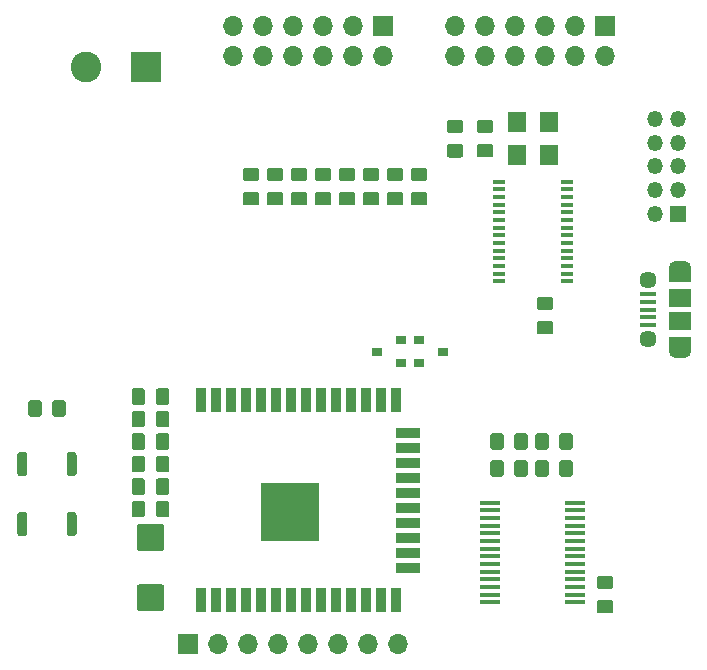
<source format=gbr>
G04 #@! TF.GenerationSoftware,KiCad,Pcbnew,5.1.5+dfsg1-2build2*
G04 #@! TF.CreationDate,2020-08-18T23:14:54+10:00*
G04 #@! TF.ProjectId,sid-board-v3,7369642d-626f-4617-9264-2d76332e6b69,rev?*
G04 #@! TF.SameCoordinates,Original*
G04 #@! TF.FileFunction,Soldermask,Top*
G04 #@! TF.FilePolarity,Negative*
%FSLAX46Y46*%
G04 Gerber Fmt 4.6, Leading zero omitted, Abs format (unit mm)*
G04 Created by KiCad (PCBNEW 5.1.5+dfsg1-2build2) date 2020-08-18 23:14:54*
%MOMM*%
%LPD*%
G04 APERTURE LIST*
%ADD10O,1.700000X1.700000*%
%ADD11R,1.700000X1.700000*%
%ADD12O,1.350000X1.350000*%
%ADD13R,1.350000X1.350000*%
%ADD14C,0.100000*%
%ADD15R,1.900000X1.200000*%
%ADD16O,1.900000X1.200000*%
%ADD17R,1.900000X1.500000*%
%ADD18C,1.450000*%
%ADD19R,1.350000X0.400000*%
%ADD20C,2.600000*%
%ADD21R,2.600000X2.600000*%
%ADD22R,0.900000X0.800000*%
%ADD23R,0.900000X2.000000*%
%ADD24R,2.000000X0.900000*%
%ADD25R,5.000000X5.000000*%
%ADD26R,1.100000X0.400000*%
%ADD27R,1.750000X0.450000*%
%ADD28R,1.540000X1.800000*%
G04 APERTURE END LIST*
D10*
X133604000Y-71755000D03*
X133604000Y-69215000D03*
X136144000Y-71755000D03*
X136144000Y-69215000D03*
X138684000Y-71755000D03*
X138684000Y-69215000D03*
X141224000Y-71755000D03*
X141224000Y-69215000D03*
X143764000Y-71755000D03*
X143764000Y-69215000D03*
X146304000Y-71755000D03*
D11*
X146304000Y-69215000D03*
D12*
X169323000Y-77090000D03*
X171323000Y-77090000D03*
X169323000Y-79090000D03*
X171323000Y-79090000D03*
X169323000Y-81090000D03*
X171323000Y-81090000D03*
X169323000Y-83090000D03*
X171323000Y-83090000D03*
X169323000Y-85090000D03*
D13*
X171323000Y-85090000D03*
D10*
X152400000Y-71755000D03*
X152400000Y-69215000D03*
X154940000Y-71755000D03*
X154940000Y-69215000D03*
X157480000Y-71755000D03*
X157480000Y-69215000D03*
X160020000Y-71755000D03*
X160020000Y-69215000D03*
X162560000Y-71755000D03*
X162560000Y-69215000D03*
X165100000Y-71755000D03*
D11*
X165100000Y-69215000D03*
D14*
G36*
X125943505Y-103695204D02*
G01*
X125967773Y-103698804D01*
X125991572Y-103704765D01*
X126014671Y-103713030D01*
X126036850Y-103723520D01*
X126057893Y-103736132D01*
X126077599Y-103750747D01*
X126095777Y-103767223D01*
X126112253Y-103785401D01*
X126126868Y-103805107D01*
X126139480Y-103826150D01*
X126149970Y-103848329D01*
X126158235Y-103871428D01*
X126164196Y-103895227D01*
X126167796Y-103919495D01*
X126169000Y-103943999D01*
X126169000Y-104844001D01*
X126167796Y-104868505D01*
X126164196Y-104892773D01*
X126158235Y-104916572D01*
X126149970Y-104939671D01*
X126139480Y-104961850D01*
X126126868Y-104982893D01*
X126112253Y-105002599D01*
X126095777Y-105020777D01*
X126077599Y-105037253D01*
X126057893Y-105051868D01*
X126036850Y-105064480D01*
X126014671Y-105074970D01*
X125991572Y-105083235D01*
X125967773Y-105089196D01*
X125943505Y-105092796D01*
X125919001Y-105094000D01*
X125268999Y-105094000D01*
X125244495Y-105092796D01*
X125220227Y-105089196D01*
X125196428Y-105083235D01*
X125173329Y-105074970D01*
X125151150Y-105064480D01*
X125130107Y-105051868D01*
X125110401Y-105037253D01*
X125092223Y-105020777D01*
X125075747Y-105002599D01*
X125061132Y-104982893D01*
X125048520Y-104961850D01*
X125038030Y-104939671D01*
X125029765Y-104916572D01*
X125023804Y-104892773D01*
X125020204Y-104868505D01*
X125019000Y-104844001D01*
X125019000Y-103943999D01*
X125020204Y-103919495D01*
X125023804Y-103895227D01*
X125029765Y-103871428D01*
X125038030Y-103848329D01*
X125048520Y-103826150D01*
X125061132Y-103805107D01*
X125075747Y-103785401D01*
X125092223Y-103767223D01*
X125110401Y-103750747D01*
X125130107Y-103736132D01*
X125151150Y-103723520D01*
X125173329Y-103713030D01*
X125196428Y-103704765D01*
X125220227Y-103698804D01*
X125244495Y-103695204D01*
X125268999Y-103694000D01*
X125919001Y-103694000D01*
X125943505Y-103695204D01*
G37*
G36*
X127993505Y-103695204D02*
G01*
X128017773Y-103698804D01*
X128041572Y-103704765D01*
X128064671Y-103713030D01*
X128086850Y-103723520D01*
X128107893Y-103736132D01*
X128127599Y-103750747D01*
X128145777Y-103767223D01*
X128162253Y-103785401D01*
X128176868Y-103805107D01*
X128189480Y-103826150D01*
X128199970Y-103848329D01*
X128208235Y-103871428D01*
X128214196Y-103895227D01*
X128217796Y-103919495D01*
X128219000Y-103943999D01*
X128219000Y-104844001D01*
X128217796Y-104868505D01*
X128214196Y-104892773D01*
X128208235Y-104916572D01*
X128199970Y-104939671D01*
X128189480Y-104961850D01*
X128176868Y-104982893D01*
X128162253Y-105002599D01*
X128145777Y-105020777D01*
X128127599Y-105037253D01*
X128107893Y-105051868D01*
X128086850Y-105064480D01*
X128064671Y-105074970D01*
X128041572Y-105083235D01*
X128017773Y-105089196D01*
X127993505Y-105092796D01*
X127969001Y-105094000D01*
X127318999Y-105094000D01*
X127294495Y-105092796D01*
X127270227Y-105089196D01*
X127246428Y-105083235D01*
X127223329Y-105074970D01*
X127201150Y-105064480D01*
X127180107Y-105051868D01*
X127160401Y-105037253D01*
X127142223Y-105020777D01*
X127125747Y-105002599D01*
X127111132Y-104982893D01*
X127098520Y-104961850D01*
X127088030Y-104939671D01*
X127079765Y-104916572D01*
X127073804Y-104892773D01*
X127070204Y-104868505D01*
X127069000Y-104844001D01*
X127069000Y-103943999D01*
X127070204Y-103919495D01*
X127073804Y-103895227D01*
X127079765Y-103871428D01*
X127088030Y-103848329D01*
X127098520Y-103826150D01*
X127111132Y-103805107D01*
X127125747Y-103785401D01*
X127142223Y-103767223D01*
X127160401Y-103750747D01*
X127180107Y-103736132D01*
X127201150Y-103723520D01*
X127223329Y-103713030D01*
X127246428Y-103704765D01*
X127270227Y-103698804D01*
X127294495Y-103695204D01*
X127318999Y-103694000D01*
X127969001Y-103694000D01*
X127993505Y-103695204D01*
G37*
G36*
X155414505Y-79191204D02*
G01*
X155438773Y-79194804D01*
X155462572Y-79200765D01*
X155485671Y-79209030D01*
X155507850Y-79219520D01*
X155528893Y-79232132D01*
X155548599Y-79246747D01*
X155566777Y-79263223D01*
X155583253Y-79281401D01*
X155597868Y-79301107D01*
X155610480Y-79322150D01*
X155620970Y-79344329D01*
X155629235Y-79367428D01*
X155635196Y-79391227D01*
X155638796Y-79415495D01*
X155640000Y-79439999D01*
X155640000Y-80090001D01*
X155638796Y-80114505D01*
X155635196Y-80138773D01*
X155629235Y-80162572D01*
X155620970Y-80185671D01*
X155610480Y-80207850D01*
X155597868Y-80228893D01*
X155583253Y-80248599D01*
X155566777Y-80266777D01*
X155548599Y-80283253D01*
X155528893Y-80297868D01*
X155507850Y-80310480D01*
X155485671Y-80320970D01*
X155462572Y-80329235D01*
X155438773Y-80335196D01*
X155414505Y-80338796D01*
X155390001Y-80340000D01*
X154489999Y-80340000D01*
X154465495Y-80338796D01*
X154441227Y-80335196D01*
X154417428Y-80329235D01*
X154394329Y-80320970D01*
X154372150Y-80310480D01*
X154351107Y-80297868D01*
X154331401Y-80283253D01*
X154313223Y-80266777D01*
X154296747Y-80248599D01*
X154282132Y-80228893D01*
X154269520Y-80207850D01*
X154259030Y-80185671D01*
X154250765Y-80162572D01*
X154244804Y-80138773D01*
X154241204Y-80114505D01*
X154240000Y-80090001D01*
X154240000Y-79439999D01*
X154241204Y-79415495D01*
X154244804Y-79391227D01*
X154250765Y-79367428D01*
X154259030Y-79344329D01*
X154269520Y-79322150D01*
X154282132Y-79301107D01*
X154296747Y-79281401D01*
X154313223Y-79263223D01*
X154331401Y-79246747D01*
X154351107Y-79232132D01*
X154372150Y-79219520D01*
X154394329Y-79209030D01*
X154417428Y-79200765D01*
X154441227Y-79194804D01*
X154465495Y-79191204D01*
X154489999Y-79190000D01*
X155390001Y-79190000D01*
X155414505Y-79191204D01*
G37*
G36*
X155414505Y-77141204D02*
G01*
X155438773Y-77144804D01*
X155462572Y-77150765D01*
X155485671Y-77159030D01*
X155507850Y-77169520D01*
X155528893Y-77182132D01*
X155548599Y-77196747D01*
X155566777Y-77213223D01*
X155583253Y-77231401D01*
X155597868Y-77251107D01*
X155610480Y-77272150D01*
X155620970Y-77294329D01*
X155629235Y-77317428D01*
X155635196Y-77341227D01*
X155638796Y-77365495D01*
X155640000Y-77389999D01*
X155640000Y-78040001D01*
X155638796Y-78064505D01*
X155635196Y-78088773D01*
X155629235Y-78112572D01*
X155620970Y-78135671D01*
X155610480Y-78157850D01*
X155597868Y-78178893D01*
X155583253Y-78198599D01*
X155566777Y-78216777D01*
X155548599Y-78233253D01*
X155528893Y-78247868D01*
X155507850Y-78260480D01*
X155485671Y-78270970D01*
X155462572Y-78279235D01*
X155438773Y-78285196D01*
X155414505Y-78288796D01*
X155390001Y-78290000D01*
X154489999Y-78290000D01*
X154465495Y-78288796D01*
X154441227Y-78285196D01*
X154417428Y-78279235D01*
X154394329Y-78270970D01*
X154372150Y-78260480D01*
X154351107Y-78247868D01*
X154331401Y-78233253D01*
X154313223Y-78216777D01*
X154296747Y-78198599D01*
X154282132Y-78178893D01*
X154269520Y-78157850D01*
X154259030Y-78135671D01*
X154250765Y-78112572D01*
X154244804Y-78088773D01*
X154241204Y-78064505D01*
X154240000Y-78040001D01*
X154240000Y-77389999D01*
X154241204Y-77365495D01*
X154244804Y-77341227D01*
X154250765Y-77317428D01*
X154259030Y-77294329D01*
X154269520Y-77272150D01*
X154282132Y-77251107D01*
X154296747Y-77231401D01*
X154313223Y-77213223D01*
X154331401Y-77196747D01*
X154351107Y-77182132D01*
X154372150Y-77169520D01*
X154394329Y-77159030D01*
X154417428Y-77150765D01*
X154441227Y-77144804D01*
X154465495Y-77141204D01*
X154489999Y-77140000D01*
X155390001Y-77140000D01*
X155414505Y-77141204D01*
G37*
G36*
X127993505Y-99885204D02*
G01*
X128017773Y-99888804D01*
X128041572Y-99894765D01*
X128064671Y-99903030D01*
X128086850Y-99913520D01*
X128107893Y-99926132D01*
X128127599Y-99940747D01*
X128145777Y-99957223D01*
X128162253Y-99975401D01*
X128176868Y-99995107D01*
X128189480Y-100016150D01*
X128199970Y-100038329D01*
X128208235Y-100061428D01*
X128214196Y-100085227D01*
X128217796Y-100109495D01*
X128219000Y-100133999D01*
X128219000Y-101034001D01*
X128217796Y-101058505D01*
X128214196Y-101082773D01*
X128208235Y-101106572D01*
X128199970Y-101129671D01*
X128189480Y-101151850D01*
X128176868Y-101172893D01*
X128162253Y-101192599D01*
X128145777Y-101210777D01*
X128127599Y-101227253D01*
X128107893Y-101241868D01*
X128086850Y-101254480D01*
X128064671Y-101264970D01*
X128041572Y-101273235D01*
X128017773Y-101279196D01*
X127993505Y-101282796D01*
X127969001Y-101284000D01*
X127318999Y-101284000D01*
X127294495Y-101282796D01*
X127270227Y-101279196D01*
X127246428Y-101273235D01*
X127223329Y-101264970D01*
X127201150Y-101254480D01*
X127180107Y-101241868D01*
X127160401Y-101227253D01*
X127142223Y-101210777D01*
X127125747Y-101192599D01*
X127111132Y-101172893D01*
X127098520Y-101151850D01*
X127088030Y-101129671D01*
X127079765Y-101106572D01*
X127073804Y-101082773D01*
X127070204Y-101058505D01*
X127069000Y-101034001D01*
X127069000Y-100133999D01*
X127070204Y-100109495D01*
X127073804Y-100085227D01*
X127079765Y-100061428D01*
X127088030Y-100038329D01*
X127098520Y-100016150D01*
X127111132Y-99995107D01*
X127125747Y-99975401D01*
X127142223Y-99957223D01*
X127160401Y-99940747D01*
X127180107Y-99926132D01*
X127201150Y-99913520D01*
X127223329Y-99903030D01*
X127246428Y-99894765D01*
X127270227Y-99888804D01*
X127294495Y-99885204D01*
X127318999Y-99884000D01*
X127969001Y-99884000D01*
X127993505Y-99885204D01*
G37*
G36*
X125943505Y-99885204D02*
G01*
X125967773Y-99888804D01*
X125991572Y-99894765D01*
X126014671Y-99903030D01*
X126036850Y-99913520D01*
X126057893Y-99926132D01*
X126077599Y-99940747D01*
X126095777Y-99957223D01*
X126112253Y-99975401D01*
X126126868Y-99995107D01*
X126139480Y-100016150D01*
X126149970Y-100038329D01*
X126158235Y-100061428D01*
X126164196Y-100085227D01*
X126167796Y-100109495D01*
X126169000Y-100133999D01*
X126169000Y-101034001D01*
X126167796Y-101058505D01*
X126164196Y-101082773D01*
X126158235Y-101106572D01*
X126149970Y-101129671D01*
X126139480Y-101151850D01*
X126126868Y-101172893D01*
X126112253Y-101192599D01*
X126095777Y-101210777D01*
X126077599Y-101227253D01*
X126057893Y-101241868D01*
X126036850Y-101254480D01*
X126014671Y-101264970D01*
X125991572Y-101273235D01*
X125967773Y-101279196D01*
X125943505Y-101282796D01*
X125919001Y-101284000D01*
X125268999Y-101284000D01*
X125244495Y-101282796D01*
X125220227Y-101279196D01*
X125196428Y-101273235D01*
X125173329Y-101264970D01*
X125151150Y-101254480D01*
X125130107Y-101241868D01*
X125110401Y-101227253D01*
X125092223Y-101210777D01*
X125075747Y-101192599D01*
X125061132Y-101172893D01*
X125048520Y-101151850D01*
X125038030Y-101129671D01*
X125029765Y-101106572D01*
X125023804Y-101082773D01*
X125020204Y-101058505D01*
X125019000Y-101034001D01*
X125019000Y-100133999D01*
X125020204Y-100109495D01*
X125023804Y-100085227D01*
X125029765Y-100061428D01*
X125038030Y-100038329D01*
X125048520Y-100016150D01*
X125061132Y-99995107D01*
X125075747Y-99975401D01*
X125092223Y-99957223D01*
X125110401Y-99940747D01*
X125130107Y-99926132D01*
X125151150Y-99913520D01*
X125173329Y-99903030D01*
X125196428Y-99894765D01*
X125220227Y-99888804D01*
X125244495Y-99885204D01*
X125268999Y-99884000D01*
X125919001Y-99884000D01*
X125943505Y-99885204D01*
G37*
G36*
X149826505Y-83255204D02*
G01*
X149850773Y-83258804D01*
X149874572Y-83264765D01*
X149897671Y-83273030D01*
X149919850Y-83283520D01*
X149940893Y-83296132D01*
X149960599Y-83310747D01*
X149978777Y-83327223D01*
X149995253Y-83345401D01*
X150009868Y-83365107D01*
X150022480Y-83386150D01*
X150032970Y-83408329D01*
X150041235Y-83431428D01*
X150047196Y-83455227D01*
X150050796Y-83479495D01*
X150052000Y-83503999D01*
X150052000Y-84154001D01*
X150050796Y-84178505D01*
X150047196Y-84202773D01*
X150041235Y-84226572D01*
X150032970Y-84249671D01*
X150022480Y-84271850D01*
X150009868Y-84292893D01*
X149995253Y-84312599D01*
X149978777Y-84330777D01*
X149960599Y-84347253D01*
X149940893Y-84361868D01*
X149919850Y-84374480D01*
X149897671Y-84384970D01*
X149874572Y-84393235D01*
X149850773Y-84399196D01*
X149826505Y-84402796D01*
X149802001Y-84404000D01*
X148901999Y-84404000D01*
X148877495Y-84402796D01*
X148853227Y-84399196D01*
X148829428Y-84393235D01*
X148806329Y-84384970D01*
X148784150Y-84374480D01*
X148763107Y-84361868D01*
X148743401Y-84347253D01*
X148725223Y-84330777D01*
X148708747Y-84312599D01*
X148694132Y-84292893D01*
X148681520Y-84271850D01*
X148671030Y-84249671D01*
X148662765Y-84226572D01*
X148656804Y-84202773D01*
X148653204Y-84178505D01*
X148652000Y-84154001D01*
X148652000Y-83503999D01*
X148653204Y-83479495D01*
X148656804Y-83455227D01*
X148662765Y-83431428D01*
X148671030Y-83408329D01*
X148681520Y-83386150D01*
X148694132Y-83365107D01*
X148708747Y-83345401D01*
X148725223Y-83327223D01*
X148743401Y-83310747D01*
X148763107Y-83296132D01*
X148784150Y-83283520D01*
X148806329Y-83273030D01*
X148829428Y-83264765D01*
X148853227Y-83258804D01*
X148877495Y-83255204D01*
X148901999Y-83254000D01*
X149802001Y-83254000D01*
X149826505Y-83255204D01*
G37*
G36*
X149826505Y-81205204D02*
G01*
X149850773Y-81208804D01*
X149874572Y-81214765D01*
X149897671Y-81223030D01*
X149919850Y-81233520D01*
X149940893Y-81246132D01*
X149960599Y-81260747D01*
X149978777Y-81277223D01*
X149995253Y-81295401D01*
X150009868Y-81315107D01*
X150022480Y-81336150D01*
X150032970Y-81358329D01*
X150041235Y-81381428D01*
X150047196Y-81405227D01*
X150050796Y-81429495D01*
X150052000Y-81453999D01*
X150052000Y-82104001D01*
X150050796Y-82128505D01*
X150047196Y-82152773D01*
X150041235Y-82176572D01*
X150032970Y-82199671D01*
X150022480Y-82221850D01*
X150009868Y-82242893D01*
X149995253Y-82262599D01*
X149978777Y-82280777D01*
X149960599Y-82297253D01*
X149940893Y-82311868D01*
X149919850Y-82324480D01*
X149897671Y-82334970D01*
X149874572Y-82343235D01*
X149850773Y-82349196D01*
X149826505Y-82352796D01*
X149802001Y-82354000D01*
X148901999Y-82354000D01*
X148877495Y-82352796D01*
X148853227Y-82349196D01*
X148829428Y-82343235D01*
X148806329Y-82334970D01*
X148784150Y-82324480D01*
X148763107Y-82311868D01*
X148743401Y-82297253D01*
X148725223Y-82280777D01*
X148708747Y-82262599D01*
X148694132Y-82242893D01*
X148681520Y-82221850D01*
X148671030Y-82199671D01*
X148662765Y-82176572D01*
X148656804Y-82152773D01*
X148653204Y-82128505D01*
X148652000Y-82104001D01*
X148652000Y-81453999D01*
X148653204Y-81429495D01*
X148656804Y-81405227D01*
X148662765Y-81381428D01*
X148671030Y-81358329D01*
X148681520Y-81336150D01*
X148694132Y-81315107D01*
X148708747Y-81295401D01*
X148725223Y-81277223D01*
X148743401Y-81260747D01*
X148763107Y-81246132D01*
X148784150Y-81233520D01*
X148806329Y-81223030D01*
X148829428Y-81214765D01*
X148853227Y-81208804D01*
X148877495Y-81205204D01*
X148901999Y-81204000D01*
X149802001Y-81204000D01*
X149826505Y-81205204D01*
G37*
G36*
X117180505Y-100901204D02*
G01*
X117204773Y-100904804D01*
X117228572Y-100910765D01*
X117251671Y-100919030D01*
X117273850Y-100929520D01*
X117294893Y-100942132D01*
X117314599Y-100956747D01*
X117332777Y-100973223D01*
X117349253Y-100991401D01*
X117363868Y-101011107D01*
X117376480Y-101032150D01*
X117386970Y-101054329D01*
X117395235Y-101077428D01*
X117401196Y-101101227D01*
X117404796Y-101125495D01*
X117406000Y-101149999D01*
X117406000Y-102050001D01*
X117404796Y-102074505D01*
X117401196Y-102098773D01*
X117395235Y-102122572D01*
X117386970Y-102145671D01*
X117376480Y-102167850D01*
X117363868Y-102188893D01*
X117349253Y-102208599D01*
X117332777Y-102226777D01*
X117314599Y-102243253D01*
X117294893Y-102257868D01*
X117273850Y-102270480D01*
X117251671Y-102280970D01*
X117228572Y-102289235D01*
X117204773Y-102295196D01*
X117180505Y-102298796D01*
X117156001Y-102300000D01*
X116505999Y-102300000D01*
X116481495Y-102298796D01*
X116457227Y-102295196D01*
X116433428Y-102289235D01*
X116410329Y-102280970D01*
X116388150Y-102270480D01*
X116367107Y-102257868D01*
X116347401Y-102243253D01*
X116329223Y-102226777D01*
X116312747Y-102208599D01*
X116298132Y-102188893D01*
X116285520Y-102167850D01*
X116275030Y-102145671D01*
X116266765Y-102122572D01*
X116260804Y-102098773D01*
X116257204Y-102074505D01*
X116256000Y-102050001D01*
X116256000Y-101149999D01*
X116257204Y-101125495D01*
X116260804Y-101101227D01*
X116266765Y-101077428D01*
X116275030Y-101054329D01*
X116285520Y-101032150D01*
X116298132Y-101011107D01*
X116312747Y-100991401D01*
X116329223Y-100973223D01*
X116347401Y-100956747D01*
X116367107Y-100942132D01*
X116388150Y-100929520D01*
X116410329Y-100919030D01*
X116433428Y-100910765D01*
X116457227Y-100904804D01*
X116481495Y-100901204D01*
X116505999Y-100900000D01*
X117156001Y-100900000D01*
X117180505Y-100901204D01*
G37*
G36*
X119230505Y-100901204D02*
G01*
X119254773Y-100904804D01*
X119278572Y-100910765D01*
X119301671Y-100919030D01*
X119323850Y-100929520D01*
X119344893Y-100942132D01*
X119364599Y-100956747D01*
X119382777Y-100973223D01*
X119399253Y-100991401D01*
X119413868Y-101011107D01*
X119426480Y-101032150D01*
X119436970Y-101054329D01*
X119445235Y-101077428D01*
X119451196Y-101101227D01*
X119454796Y-101125495D01*
X119456000Y-101149999D01*
X119456000Y-102050001D01*
X119454796Y-102074505D01*
X119451196Y-102098773D01*
X119445235Y-102122572D01*
X119436970Y-102145671D01*
X119426480Y-102167850D01*
X119413868Y-102188893D01*
X119399253Y-102208599D01*
X119382777Y-102226777D01*
X119364599Y-102243253D01*
X119344893Y-102257868D01*
X119323850Y-102270480D01*
X119301671Y-102280970D01*
X119278572Y-102289235D01*
X119254773Y-102295196D01*
X119230505Y-102298796D01*
X119206001Y-102300000D01*
X118555999Y-102300000D01*
X118531495Y-102298796D01*
X118507227Y-102295196D01*
X118483428Y-102289235D01*
X118460329Y-102280970D01*
X118438150Y-102270480D01*
X118417107Y-102257868D01*
X118397401Y-102243253D01*
X118379223Y-102226777D01*
X118362747Y-102208599D01*
X118348132Y-102188893D01*
X118335520Y-102167850D01*
X118325030Y-102145671D01*
X118316765Y-102122572D01*
X118310804Y-102098773D01*
X118307204Y-102074505D01*
X118306000Y-102050001D01*
X118306000Y-101149999D01*
X118307204Y-101125495D01*
X118310804Y-101101227D01*
X118316765Y-101077428D01*
X118325030Y-101054329D01*
X118335520Y-101032150D01*
X118348132Y-101011107D01*
X118362747Y-100991401D01*
X118379223Y-100973223D01*
X118397401Y-100956747D01*
X118417107Y-100942132D01*
X118438150Y-100929520D01*
X118460329Y-100919030D01*
X118483428Y-100910765D01*
X118507227Y-100904804D01*
X118531495Y-100901204D01*
X118555999Y-100900000D01*
X119206001Y-100900000D01*
X119230505Y-100901204D01*
G37*
G36*
X135602505Y-83255204D02*
G01*
X135626773Y-83258804D01*
X135650572Y-83264765D01*
X135673671Y-83273030D01*
X135695850Y-83283520D01*
X135716893Y-83296132D01*
X135736599Y-83310747D01*
X135754777Y-83327223D01*
X135771253Y-83345401D01*
X135785868Y-83365107D01*
X135798480Y-83386150D01*
X135808970Y-83408329D01*
X135817235Y-83431428D01*
X135823196Y-83455227D01*
X135826796Y-83479495D01*
X135828000Y-83503999D01*
X135828000Y-84154001D01*
X135826796Y-84178505D01*
X135823196Y-84202773D01*
X135817235Y-84226572D01*
X135808970Y-84249671D01*
X135798480Y-84271850D01*
X135785868Y-84292893D01*
X135771253Y-84312599D01*
X135754777Y-84330777D01*
X135736599Y-84347253D01*
X135716893Y-84361868D01*
X135695850Y-84374480D01*
X135673671Y-84384970D01*
X135650572Y-84393235D01*
X135626773Y-84399196D01*
X135602505Y-84402796D01*
X135578001Y-84404000D01*
X134677999Y-84404000D01*
X134653495Y-84402796D01*
X134629227Y-84399196D01*
X134605428Y-84393235D01*
X134582329Y-84384970D01*
X134560150Y-84374480D01*
X134539107Y-84361868D01*
X134519401Y-84347253D01*
X134501223Y-84330777D01*
X134484747Y-84312599D01*
X134470132Y-84292893D01*
X134457520Y-84271850D01*
X134447030Y-84249671D01*
X134438765Y-84226572D01*
X134432804Y-84202773D01*
X134429204Y-84178505D01*
X134428000Y-84154001D01*
X134428000Y-83503999D01*
X134429204Y-83479495D01*
X134432804Y-83455227D01*
X134438765Y-83431428D01*
X134447030Y-83408329D01*
X134457520Y-83386150D01*
X134470132Y-83365107D01*
X134484747Y-83345401D01*
X134501223Y-83327223D01*
X134519401Y-83310747D01*
X134539107Y-83296132D01*
X134560150Y-83283520D01*
X134582329Y-83273030D01*
X134605428Y-83264765D01*
X134629227Y-83258804D01*
X134653495Y-83255204D01*
X134677999Y-83254000D01*
X135578001Y-83254000D01*
X135602505Y-83255204D01*
G37*
G36*
X135602505Y-81205204D02*
G01*
X135626773Y-81208804D01*
X135650572Y-81214765D01*
X135673671Y-81223030D01*
X135695850Y-81233520D01*
X135716893Y-81246132D01*
X135736599Y-81260747D01*
X135754777Y-81277223D01*
X135771253Y-81295401D01*
X135785868Y-81315107D01*
X135798480Y-81336150D01*
X135808970Y-81358329D01*
X135817235Y-81381428D01*
X135823196Y-81405227D01*
X135826796Y-81429495D01*
X135828000Y-81453999D01*
X135828000Y-82104001D01*
X135826796Y-82128505D01*
X135823196Y-82152773D01*
X135817235Y-82176572D01*
X135808970Y-82199671D01*
X135798480Y-82221850D01*
X135785868Y-82242893D01*
X135771253Y-82262599D01*
X135754777Y-82280777D01*
X135736599Y-82297253D01*
X135716893Y-82311868D01*
X135695850Y-82324480D01*
X135673671Y-82334970D01*
X135650572Y-82343235D01*
X135626773Y-82349196D01*
X135602505Y-82352796D01*
X135578001Y-82354000D01*
X134677999Y-82354000D01*
X134653495Y-82352796D01*
X134629227Y-82349196D01*
X134605428Y-82343235D01*
X134582329Y-82334970D01*
X134560150Y-82324480D01*
X134539107Y-82311868D01*
X134519401Y-82297253D01*
X134501223Y-82280777D01*
X134484747Y-82262599D01*
X134470132Y-82242893D01*
X134457520Y-82221850D01*
X134447030Y-82199671D01*
X134438765Y-82176572D01*
X134432804Y-82152773D01*
X134429204Y-82128505D01*
X134428000Y-82104001D01*
X134428000Y-81453999D01*
X134429204Y-81429495D01*
X134432804Y-81405227D01*
X134438765Y-81381428D01*
X134447030Y-81358329D01*
X134457520Y-81336150D01*
X134470132Y-81315107D01*
X134484747Y-81295401D01*
X134501223Y-81277223D01*
X134519401Y-81260747D01*
X134539107Y-81246132D01*
X134560150Y-81233520D01*
X134582329Y-81223030D01*
X134605428Y-81214765D01*
X134629227Y-81208804D01*
X134653495Y-81205204D01*
X134677999Y-81204000D01*
X135578001Y-81204000D01*
X135602505Y-81205204D01*
G37*
D15*
X171417500Y-96118000D03*
X171417500Y-90318000D03*
D16*
X171417500Y-89718000D03*
X171417500Y-96718000D03*
D17*
X171417500Y-94218000D03*
D18*
X168717500Y-90718000D03*
D19*
X168717500Y-93218000D03*
X168717500Y-92568000D03*
X168717500Y-91918000D03*
X168717500Y-94518000D03*
X168717500Y-93868000D03*
D18*
X168717500Y-95718000D03*
D17*
X171417500Y-92218000D03*
D14*
G36*
X137634505Y-81205204D02*
G01*
X137658773Y-81208804D01*
X137682572Y-81214765D01*
X137705671Y-81223030D01*
X137727850Y-81233520D01*
X137748893Y-81246132D01*
X137768599Y-81260747D01*
X137786777Y-81277223D01*
X137803253Y-81295401D01*
X137817868Y-81315107D01*
X137830480Y-81336150D01*
X137840970Y-81358329D01*
X137849235Y-81381428D01*
X137855196Y-81405227D01*
X137858796Y-81429495D01*
X137860000Y-81453999D01*
X137860000Y-82104001D01*
X137858796Y-82128505D01*
X137855196Y-82152773D01*
X137849235Y-82176572D01*
X137840970Y-82199671D01*
X137830480Y-82221850D01*
X137817868Y-82242893D01*
X137803253Y-82262599D01*
X137786777Y-82280777D01*
X137768599Y-82297253D01*
X137748893Y-82311868D01*
X137727850Y-82324480D01*
X137705671Y-82334970D01*
X137682572Y-82343235D01*
X137658773Y-82349196D01*
X137634505Y-82352796D01*
X137610001Y-82354000D01*
X136709999Y-82354000D01*
X136685495Y-82352796D01*
X136661227Y-82349196D01*
X136637428Y-82343235D01*
X136614329Y-82334970D01*
X136592150Y-82324480D01*
X136571107Y-82311868D01*
X136551401Y-82297253D01*
X136533223Y-82280777D01*
X136516747Y-82262599D01*
X136502132Y-82242893D01*
X136489520Y-82221850D01*
X136479030Y-82199671D01*
X136470765Y-82176572D01*
X136464804Y-82152773D01*
X136461204Y-82128505D01*
X136460000Y-82104001D01*
X136460000Y-81453999D01*
X136461204Y-81429495D01*
X136464804Y-81405227D01*
X136470765Y-81381428D01*
X136479030Y-81358329D01*
X136489520Y-81336150D01*
X136502132Y-81315107D01*
X136516747Y-81295401D01*
X136533223Y-81277223D01*
X136551401Y-81260747D01*
X136571107Y-81246132D01*
X136592150Y-81233520D01*
X136614329Y-81223030D01*
X136637428Y-81214765D01*
X136661227Y-81208804D01*
X136685495Y-81205204D01*
X136709999Y-81204000D01*
X137610001Y-81204000D01*
X137634505Y-81205204D01*
G37*
G36*
X137634505Y-83255204D02*
G01*
X137658773Y-83258804D01*
X137682572Y-83264765D01*
X137705671Y-83273030D01*
X137727850Y-83283520D01*
X137748893Y-83296132D01*
X137768599Y-83310747D01*
X137786777Y-83327223D01*
X137803253Y-83345401D01*
X137817868Y-83365107D01*
X137830480Y-83386150D01*
X137840970Y-83408329D01*
X137849235Y-83431428D01*
X137855196Y-83455227D01*
X137858796Y-83479495D01*
X137860000Y-83503999D01*
X137860000Y-84154001D01*
X137858796Y-84178505D01*
X137855196Y-84202773D01*
X137849235Y-84226572D01*
X137840970Y-84249671D01*
X137830480Y-84271850D01*
X137817868Y-84292893D01*
X137803253Y-84312599D01*
X137786777Y-84330777D01*
X137768599Y-84347253D01*
X137748893Y-84361868D01*
X137727850Y-84374480D01*
X137705671Y-84384970D01*
X137682572Y-84393235D01*
X137658773Y-84399196D01*
X137634505Y-84402796D01*
X137610001Y-84404000D01*
X136709999Y-84404000D01*
X136685495Y-84402796D01*
X136661227Y-84399196D01*
X136637428Y-84393235D01*
X136614329Y-84384970D01*
X136592150Y-84374480D01*
X136571107Y-84361868D01*
X136551401Y-84347253D01*
X136533223Y-84330777D01*
X136516747Y-84312599D01*
X136502132Y-84292893D01*
X136489520Y-84271850D01*
X136479030Y-84249671D01*
X136470765Y-84226572D01*
X136464804Y-84202773D01*
X136461204Y-84178505D01*
X136460000Y-84154001D01*
X136460000Y-83503999D01*
X136461204Y-83479495D01*
X136464804Y-83455227D01*
X136470765Y-83431428D01*
X136479030Y-83408329D01*
X136489520Y-83386150D01*
X136502132Y-83365107D01*
X136516747Y-83345401D01*
X136533223Y-83327223D01*
X136551401Y-83310747D01*
X136571107Y-83296132D01*
X136592150Y-83283520D01*
X136614329Y-83273030D01*
X136637428Y-83264765D01*
X136661227Y-83258804D01*
X136685495Y-83255204D01*
X136709999Y-83254000D01*
X137610001Y-83254000D01*
X137634505Y-83255204D01*
G37*
D20*
X121158000Y-72644000D03*
D21*
X126238000Y-72644000D03*
D22*
X151368000Y-96774000D03*
X149368000Y-97724000D03*
X149368000Y-95824000D03*
X147812000Y-97724000D03*
X147812000Y-95824000D03*
X145812000Y-96774000D03*
D14*
G36*
X127993505Y-107505204D02*
G01*
X128017773Y-107508804D01*
X128041572Y-107514765D01*
X128064671Y-107523030D01*
X128086850Y-107533520D01*
X128107893Y-107546132D01*
X128127599Y-107560747D01*
X128145777Y-107577223D01*
X128162253Y-107595401D01*
X128176868Y-107615107D01*
X128189480Y-107636150D01*
X128199970Y-107658329D01*
X128208235Y-107681428D01*
X128214196Y-107705227D01*
X128217796Y-107729495D01*
X128219000Y-107753999D01*
X128219000Y-108654001D01*
X128217796Y-108678505D01*
X128214196Y-108702773D01*
X128208235Y-108726572D01*
X128199970Y-108749671D01*
X128189480Y-108771850D01*
X128176868Y-108792893D01*
X128162253Y-108812599D01*
X128145777Y-108830777D01*
X128127599Y-108847253D01*
X128107893Y-108861868D01*
X128086850Y-108874480D01*
X128064671Y-108884970D01*
X128041572Y-108893235D01*
X128017773Y-108899196D01*
X127993505Y-108902796D01*
X127969001Y-108904000D01*
X127318999Y-108904000D01*
X127294495Y-108902796D01*
X127270227Y-108899196D01*
X127246428Y-108893235D01*
X127223329Y-108884970D01*
X127201150Y-108874480D01*
X127180107Y-108861868D01*
X127160401Y-108847253D01*
X127142223Y-108830777D01*
X127125747Y-108812599D01*
X127111132Y-108792893D01*
X127098520Y-108771850D01*
X127088030Y-108749671D01*
X127079765Y-108726572D01*
X127073804Y-108702773D01*
X127070204Y-108678505D01*
X127069000Y-108654001D01*
X127069000Y-107753999D01*
X127070204Y-107729495D01*
X127073804Y-107705227D01*
X127079765Y-107681428D01*
X127088030Y-107658329D01*
X127098520Y-107636150D01*
X127111132Y-107615107D01*
X127125747Y-107595401D01*
X127142223Y-107577223D01*
X127160401Y-107560747D01*
X127180107Y-107546132D01*
X127201150Y-107533520D01*
X127223329Y-107523030D01*
X127246428Y-107514765D01*
X127270227Y-107508804D01*
X127294495Y-107505204D01*
X127318999Y-107504000D01*
X127969001Y-107504000D01*
X127993505Y-107505204D01*
G37*
G36*
X125943505Y-107505204D02*
G01*
X125967773Y-107508804D01*
X125991572Y-107514765D01*
X126014671Y-107523030D01*
X126036850Y-107533520D01*
X126057893Y-107546132D01*
X126077599Y-107560747D01*
X126095777Y-107577223D01*
X126112253Y-107595401D01*
X126126868Y-107615107D01*
X126139480Y-107636150D01*
X126149970Y-107658329D01*
X126158235Y-107681428D01*
X126164196Y-107705227D01*
X126167796Y-107729495D01*
X126169000Y-107753999D01*
X126169000Y-108654001D01*
X126167796Y-108678505D01*
X126164196Y-108702773D01*
X126158235Y-108726572D01*
X126149970Y-108749671D01*
X126139480Y-108771850D01*
X126126868Y-108792893D01*
X126112253Y-108812599D01*
X126095777Y-108830777D01*
X126077599Y-108847253D01*
X126057893Y-108861868D01*
X126036850Y-108874480D01*
X126014671Y-108884970D01*
X125991572Y-108893235D01*
X125967773Y-108899196D01*
X125943505Y-108902796D01*
X125919001Y-108904000D01*
X125268999Y-108904000D01*
X125244495Y-108902796D01*
X125220227Y-108899196D01*
X125196428Y-108893235D01*
X125173329Y-108884970D01*
X125151150Y-108874480D01*
X125130107Y-108861868D01*
X125110401Y-108847253D01*
X125092223Y-108830777D01*
X125075747Y-108812599D01*
X125061132Y-108792893D01*
X125048520Y-108771850D01*
X125038030Y-108749671D01*
X125029765Y-108726572D01*
X125023804Y-108702773D01*
X125020204Y-108678505D01*
X125019000Y-108654001D01*
X125019000Y-107753999D01*
X125020204Y-107729495D01*
X125023804Y-107705227D01*
X125029765Y-107681428D01*
X125038030Y-107658329D01*
X125048520Y-107636150D01*
X125061132Y-107615107D01*
X125075747Y-107595401D01*
X125092223Y-107577223D01*
X125110401Y-107560747D01*
X125130107Y-107546132D01*
X125151150Y-107533520D01*
X125173329Y-107523030D01*
X125196428Y-107514765D01*
X125220227Y-107508804D01*
X125244495Y-107505204D01*
X125268999Y-107504000D01*
X125919001Y-107504000D01*
X125943505Y-107505204D01*
G37*
G36*
X156296505Y-103695204D02*
G01*
X156320773Y-103698804D01*
X156344572Y-103704765D01*
X156367671Y-103713030D01*
X156389850Y-103723520D01*
X156410893Y-103736132D01*
X156430599Y-103750747D01*
X156448777Y-103767223D01*
X156465253Y-103785401D01*
X156479868Y-103805107D01*
X156492480Y-103826150D01*
X156502970Y-103848329D01*
X156511235Y-103871428D01*
X156517196Y-103895227D01*
X156520796Y-103919495D01*
X156522000Y-103943999D01*
X156522000Y-104844001D01*
X156520796Y-104868505D01*
X156517196Y-104892773D01*
X156511235Y-104916572D01*
X156502970Y-104939671D01*
X156492480Y-104961850D01*
X156479868Y-104982893D01*
X156465253Y-105002599D01*
X156448777Y-105020777D01*
X156430599Y-105037253D01*
X156410893Y-105051868D01*
X156389850Y-105064480D01*
X156367671Y-105074970D01*
X156344572Y-105083235D01*
X156320773Y-105089196D01*
X156296505Y-105092796D01*
X156272001Y-105094000D01*
X155621999Y-105094000D01*
X155597495Y-105092796D01*
X155573227Y-105089196D01*
X155549428Y-105083235D01*
X155526329Y-105074970D01*
X155504150Y-105064480D01*
X155483107Y-105051868D01*
X155463401Y-105037253D01*
X155445223Y-105020777D01*
X155428747Y-105002599D01*
X155414132Y-104982893D01*
X155401520Y-104961850D01*
X155391030Y-104939671D01*
X155382765Y-104916572D01*
X155376804Y-104892773D01*
X155373204Y-104868505D01*
X155372000Y-104844001D01*
X155372000Y-103943999D01*
X155373204Y-103919495D01*
X155376804Y-103895227D01*
X155382765Y-103871428D01*
X155391030Y-103848329D01*
X155401520Y-103826150D01*
X155414132Y-103805107D01*
X155428747Y-103785401D01*
X155445223Y-103767223D01*
X155463401Y-103750747D01*
X155483107Y-103736132D01*
X155504150Y-103723520D01*
X155526329Y-103713030D01*
X155549428Y-103704765D01*
X155573227Y-103698804D01*
X155597495Y-103695204D01*
X155621999Y-103694000D01*
X156272001Y-103694000D01*
X156296505Y-103695204D01*
G37*
G36*
X158346505Y-103695204D02*
G01*
X158370773Y-103698804D01*
X158394572Y-103704765D01*
X158417671Y-103713030D01*
X158439850Y-103723520D01*
X158460893Y-103736132D01*
X158480599Y-103750747D01*
X158498777Y-103767223D01*
X158515253Y-103785401D01*
X158529868Y-103805107D01*
X158542480Y-103826150D01*
X158552970Y-103848329D01*
X158561235Y-103871428D01*
X158567196Y-103895227D01*
X158570796Y-103919495D01*
X158572000Y-103943999D01*
X158572000Y-104844001D01*
X158570796Y-104868505D01*
X158567196Y-104892773D01*
X158561235Y-104916572D01*
X158552970Y-104939671D01*
X158542480Y-104961850D01*
X158529868Y-104982893D01*
X158515253Y-105002599D01*
X158498777Y-105020777D01*
X158480599Y-105037253D01*
X158460893Y-105051868D01*
X158439850Y-105064480D01*
X158417671Y-105074970D01*
X158394572Y-105083235D01*
X158370773Y-105089196D01*
X158346505Y-105092796D01*
X158322001Y-105094000D01*
X157671999Y-105094000D01*
X157647495Y-105092796D01*
X157623227Y-105089196D01*
X157599428Y-105083235D01*
X157576329Y-105074970D01*
X157554150Y-105064480D01*
X157533107Y-105051868D01*
X157513401Y-105037253D01*
X157495223Y-105020777D01*
X157478747Y-105002599D01*
X157464132Y-104982893D01*
X157451520Y-104961850D01*
X157441030Y-104939671D01*
X157432765Y-104916572D01*
X157426804Y-104892773D01*
X157423204Y-104868505D01*
X157422000Y-104844001D01*
X157422000Y-103943999D01*
X157423204Y-103919495D01*
X157426804Y-103895227D01*
X157432765Y-103871428D01*
X157441030Y-103848329D01*
X157451520Y-103826150D01*
X157464132Y-103805107D01*
X157478747Y-103785401D01*
X157495223Y-103767223D01*
X157513401Y-103750747D01*
X157533107Y-103736132D01*
X157554150Y-103723520D01*
X157576329Y-103713030D01*
X157599428Y-103704765D01*
X157623227Y-103698804D01*
X157647495Y-103695204D01*
X157671999Y-103694000D01*
X158322001Y-103694000D01*
X158346505Y-103695204D01*
G37*
G36*
X156296505Y-105981204D02*
G01*
X156320773Y-105984804D01*
X156344572Y-105990765D01*
X156367671Y-105999030D01*
X156389850Y-106009520D01*
X156410893Y-106022132D01*
X156430599Y-106036747D01*
X156448777Y-106053223D01*
X156465253Y-106071401D01*
X156479868Y-106091107D01*
X156492480Y-106112150D01*
X156502970Y-106134329D01*
X156511235Y-106157428D01*
X156517196Y-106181227D01*
X156520796Y-106205495D01*
X156522000Y-106229999D01*
X156522000Y-107130001D01*
X156520796Y-107154505D01*
X156517196Y-107178773D01*
X156511235Y-107202572D01*
X156502970Y-107225671D01*
X156492480Y-107247850D01*
X156479868Y-107268893D01*
X156465253Y-107288599D01*
X156448777Y-107306777D01*
X156430599Y-107323253D01*
X156410893Y-107337868D01*
X156389850Y-107350480D01*
X156367671Y-107360970D01*
X156344572Y-107369235D01*
X156320773Y-107375196D01*
X156296505Y-107378796D01*
X156272001Y-107380000D01*
X155621999Y-107380000D01*
X155597495Y-107378796D01*
X155573227Y-107375196D01*
X155549428Y-107369235D01*
X155526329Y-107360970D01*
X155504150Y-107350480D01*
X155483107Y-107337868D01*
X155463401Y-107323253D01*
X155445223Y-107306777D01*
X155428747Y-107288599D01*
X155414132Y-107268893D01*
X155401520Y-107247850D01*
X155391030Y-107225671D01*
X155382765Y-107202572D01*
X155376804Y-107178773D01*
X155373204Y-107154505D01*
X155372000Y-107130001D01*
X155372000Y-106229999D01*
X155373204Y-106205495D01*
X155376804Y-106181227D01*
X155382765Y-106157428D01*
X155391030Y-106134329D01*
X155401520Y-106112150D01*
X155414132Y-106091107D01*
X155428747Y-106071401D01*
X155445223Y-106053223D01*
X155463401Y-106036747D01*
X155483107Y-106022132D01*
X155504150Y-106009520D01*
X155526329Y-105999030D01*
X155549428Y-105990765D01*
X155573227Y-105984804D01*
X155597495Y-105981204D01*
X155621999Y-105980000D01*
X156272001Y-105980000D01*
X156296505Y-105981204D01*
G37*
G36*
X158346505Y-105981204D02*
G01*
X158370773Y-105984804D01*
X158394572Y-105990765D01*
X158417671Y-105999030D01*
X158439850Y-106009520D01*
X158460893Y-106022132D01*
X158480599Y-106036747D01*
X158498777Y-106053223D01*
X158515253Y-106071401D01*
X158529868Y-106091107D01*
X158542480Y-106112150D01*
X158552970Y-106134329D01*
X158561235Y-106157428D01*
X158567196Y-106181227D01*
X158570796Y-106205495D01*
X158572000Y-106229999D01*
X158572000Y-107130001D01*
X158570796Y-107154505D01*
X158567196Y-107178773D01*
X158561235Y-107202572D01*
X158552970Y-107225671D01*
X158542480Y-107247850D01*
X158529868Y-107268893D01*
X158515253Y-107288599D01*
X158498777Y-107306777D01*
X158480599Y-107323253D01*
X158460893Y-107337868D01*
X158439850Y-107350480D01*
X158417671Y-107360970D01*
X158394572Y-107369235D01*
X158370773Y-107375196D01*
X158346505Y-107378796D01*
X158322001Y-107380000D01*
X157671999Y-107380000D01*
X157647495Y-107378796D01*
X157623227Y-107375196D01*
X157599428Y-107369235D01*
X157576329Y-107360970D01*
X157554150Y-107350480D01*
X157533107Y-107337868D01*
X157513401Y-107323253D01*
X157495223Y-107306777D01*
X157478747Y-107288599D01*
X157464132Y-107268893D01*
X157451520Y-107247850D01*
X157441030Y-107225671D01*
X157432765Y-107202572D01*
X157426804Y-107178773D01*
X157423204Y-107154505D01*
X157422000Y-107130001D01*
X157422000Y-106229999D01*
X157423204Y-106205495D01*
X157426804Y-106181227D01*
X157432765Y-106157428D01*
X157441030Y-106134329D01*
X157451520Y-106112150D01*
X157464132Y-106091107D01*
X157478747Y-106071401D01*
X157495223Y-106053223D01*
X157513401Y-106036747D01*
X157533107Y-106022132D01*
X157554150Y-106009520D01*
X157576329Y-105999030D01*
X157599428Y-105990765D01*
X157623227Y-105984804D01*
X157647495Y-105981204D01*
X157671999Y-105980000D01*
X158322001Y-105980000D01*
X158346505Y-105981204D01*
G37*
G36*
X127993505Y-101790204D02*
G01*
X128017773Y-101793804D01*
X128041572Y-101799765D01*
X128064671Y-101808030D01*
X128086850Y-101818520D01*
X128107893Y-101831132D01*
X128127599Y-101845747D01*
X128145777Y-101862223D01*
X128162253Y-101880401D01*
X128176868Y-101900107D01*
X128189480Y-101921150D01*
X128199970Y-101943329D01*
X128208235Y-101966428D01*
X128214196Y-101990227D01*
X128217796Y-102014495D01*
X128219000Y-102038999D01*
X128219000Y-102939001D01*
X128217796Y-102963505D01*
X128214196Y-102987773D01*
X128208235Y-103011572D01*
X128199970Y-103034671D01*
X128189480Y-103056850D01*
X128176868Y-103077893D01*
X128162253Y-103097599D01*
X128145777Y-103115777D01*
X128127599Y-103132253D01*
X128107893Y-103146868D01*
X128086850Y-103159480D01*
X128064671Y-103169970D01*
X128041572Y-103178235D01*
X128017773Y-103184196D01*
X127993505Y-103187796D01*
X127969001Y-103189000D01*
X127318999Y-103189000D01*
X127294495Y-103187796D01*
X127270227Y-103184196D01*
X127246428Y-103178235D01*
X127223329Y-103169970D01*
X127201150Y-103159480D01*
X127180107Y-103146868D01*
X127160401Y-103132253D01*
X127142223Y-103115777D01*
X127125747Y-103097599D01*
X127111132Y-103077893D01*
X127098520Y-103056850D01*
X127088030Y-103034671D01*
X127079765Y-103011572D01*
X127073804Y-102987773D01*
X127070204Y-102963505D01*
X127069000Y-102939001D01*
X127069000Y-102038999D01*
X127070204Y-102014495D01*
X127073804Y-101990227D01*
X127079765Y-101966428D01*
X127088030Y-101943329D01*
X127098520Y-101921150D01*
X127111132Y-101900107D01*
X127125747Y-101880401D01*
X127142223Y-101862223D01*
X127160401Y-101845747D01*
X127180107Y-101831132D01*
X127201150Y-101818520D01*
X127223329Y-101808030D01*
X127246428Y-101799765D01*
X127270227Y-101793804D01*
X127294495Y-101790204D01*
X127318999Y-101789000D01*
X127969001Y-101789000D01*
X127993505Y-101790204D01*
G37*
G36*
X125943505Y-101790204D02*
G01*
X125967773Y-101793804D01*
X125991572Y-101799765D01*
X126014671Y-101808030D01*
X126036850Y-101818520D01*
X126057893Y-101831132D01*
X126077599Y-101845747D01*
X126095777Y-101862223D01*
X126112253Y-101880401D01*
X126126868Y-101900107D01*
X126139480Y-101921150D01*
X126149970Y-101943329D01*
X126158235Y-101966428D01*
X126164196Y-101990227D01*
X126167796Y-102014495D01*
X126169000Y-102038999D01*
X126169000Y-102939001D01*
X126167796Y-102963505D01*
X126164196Y-102987773D01*
X126158235Y-103011572D01*
X126149970Y-103034671D01*
X126139480Y-103056850D01*
X126126868Y-103077893D01*
X126112253Y-103097599D01*
X126095777Y-103115777D01*
X126077599Y-103132253D01*
X126057893Y-103146868D01*
X126036850Y-103159480D01*
X126014671Y-103169970D01*
X125991572Y-103178235D01*
X125967773Y-103184196D01*
X125943505Y-103187796D01*
X125919001Y-103189000D01*
X125268999Y-103189000D01*
X125244495Y-103187796D01*
X125220227Y-103184196D01*
X125196428Y-103178235D01*
X125173329Y-103169970D01*
X125151150Y-103159480D01*
X125130107Y-103146868D01*
X125110401Y-103132253D01*
X125092223Y-103115777D01*
X125075747Y-103097599D01*
X125061132Y-103077893D01*
X125048520Y-103056850D01*
X125038030Y-103034671D01*
X125029765Y-103011572D01*
X125023804Y-102987773D01*
X125020204Y-102963505D01*
X125019000Y-102939001D01*
X125019000Y-102038999D01*
X125020204Y-102014495D01*
X125023804Y-101990227D01*
X125029765Y-101966428D01*
X125038030Y-101943329D01*
X125048520Y-101921150D01*
X125061132Y-101900107D01*
X125075747Y-101880401D01*
X125092223Y-101862223D01*
X125110401Y-101845747D01*
X125130107Y-101831132D01*
X125151150Y-101818520D01*
X125173329Y-101808030D01*
X125196428Y-101799765D01*
X125220227Y-101793804D01*
X125244495Y-101790204D01*
X125268999Y-101789000D01*
X125919001Y-101789000D01*
X125943505Y-101790204D01*
G37*
D23*
X130937000Y-100847000D03*
X132207000Y-100847000D03*
X133477000Y-100847000D03*
X134747000Y-100847000D03*
X136017000Y-100847000D03*
X137287000Y-100847000D03*
X138557000Y-100847000D03*
X139827000Y-100847000D03*
X141097000Y-100847000D03*
X142367000Y-100847000D03*
X143637000Y-100847000D03*
X144907000Y-100847000D03*
X146177000Y-100847000D03*
X147447000Y-100847000D03*
D24*
X148447000Y-103632000D03*
X148447000Y-104902000D03*
X148447000Y-106172000D03*
X148447000Y-107442000D03*
X148447000Y-108712000D03*
X148447000Y-109982000D03*
X148447000Y-111252000D03*
X148447000Y-112522000D03*
X148447000Y-113792000D03*
X148447000Y-115062000D03*
D23*
X147447000Y-117847000D03*
X146177000Y-117847000D03*
X144907000Y-117847000D03*
X143637000Y-117847000D03*
X142367000Y-117847000D03*
X141097000Y-117847000D03*
X139827000Y-117847000D03*
X138557000Y-117847000D03*
X137287000Y-117847000D03*
X136017000Y-117847000D03*
X134747000Y-117847000D03*
X133477000Y-117847000D03*
X132207000Y-117847000D03*
X130937000Y-117847000D03*
D25*
X138437000Y-110347000D03*
D14*
G36*
X162156505Y-103695204D02*
G01*
X162180773Y-103698804D01*
X162204572Y-103704765D01*
X162227671Y-103713030D01*
X162249850Y-103723520D01*
X162270893Y-103736132D01*
X162290599Y-103750747D01*
X162308777Y-103767223D01*
X162325253Y-103785401D01*
X162339868Y-103805107D01*
X162352480Y-103826150D01*
X162362970Y-103848329D01*
X162371235Y-103871428D01*
X162377196Y-103895227D01*
X162380796Y-103919495D01*
X162382000Y-103943999D01*
X162382000Y-104844001D01*
X162380796Y-104868505D01*
X162377196Y-104892773D01*
X162371235Y-104916572D01*
X162362970Y-104939671D01*
X162352480Y-104961850D01*
X162339868Y-104982893D01*
X162325253Y-105002599D01*
X162308777Y-105020777D01*
X162290599Y-105037253D01*
X162270893Y-105051868D01*
X162249850Y-105064480D01*
X162227671Y-105074970D01*
X162204572Y-105083235D01*
X162180773Y-105089196D01*
X162156505Y-105092796D01*
X162132001Y-105094000D01*
X161481999Y-105094000D01*
X161457495Y-105092796D01*
X161433227Y-105089196D01*
X161409428Y-105083235D01*
X161386329Y-105074970D01*
X161364150Y-105064480D01*
X161343107Y-105051868D01*
X161323401Y-105037253D01*
X161305223Y-105020777D01*
X161288747Y-105002599D01*
X161274132Y-104982893D01*
X161261520Y-104961850D01*
X161251030Y-104939671D01*
X161242765Y-104916572D01*
X161236804Y-104892773D01*
X161233204Y-104868505D01*
X161232000Y-104844001D01*
X161232000Y-103943999D01*
X161233204Y-103919495D01*
X161236804Y-103895227D01*
X161242765Y-103871428D01*
X161251030Y-103848329D01*
X161261520Y-103826150D01*
X161274132Y-103805107D01*
X161288747Y-103785401D01*
X161305223Y-103767223D01*
X161323401Y-103750747D01*
X161343107Y-103736132D01*
X161364150Y-103723520D01*
X161386329Y-103713030D01*
X161409428Y-103704765D01*
X161433227Y-103698804D01*
X161457495Y-103695204D01*
X161481999Y-103694000D01*
X162132001Y-103694000D01*
X162156505Y-103695204D01*
G37*
G36*
X160106505Y-103695204D02*
G01*
X160130773Y-103698804D01*
X160154572Y-103704765D01*
X160177671Y-103713030D01*
X160199850Y-103723520D01*
X160220893Y-103736132D01*
X160240599Y-103750747D01*
X160258777Y-103767223D01*
X160275253Y-103785401D01*
X160289868Y-103805107D01*
X160302480Y-103826150D01*
X160312970Y-103848329D01*
X160321235Y-103871428D01*
X160327196Y-103895227D01*
X160330796Y-103919495D01*
X160332000Y-103943999D01*
X160332000Y-104844001D01*
X160330796Y-104868505D01*
X160327196Y-104892773D01*
X160321235Y-104916572D01*
X160312970Y-104939671D01*
X160302480Y-104961850D01*
X160289868Y-104982893D01*
X160275253Y-105002599D01*
X160258777Y-105020777D01*
X160240599Y-105037253D01*
X160220893Y-105051868D01*
X160199850Y-105064480D01*
X160177671Y-105074970D01*
X160154572Y-105083235D01*
X160130773Y-105089196D01*
X160106505Y-105092796D01*
X160082001Y-105094000D01*
X159431999Y-105094000D01*
X159407495Y-105092796D01*
X159383227Y-105089196D01*
X159359428Y-105083235D01*
X159336329Y-105074970D01*
X159314150Y-105064480D01*
X159293107Y-105051868D01*
X159273401Y-105037253D01*
X159255223Y-105020777D01*
X159238747Y-105002599D01*
X159224132Y-104982893D01*
X159211520Y-104961850D01*
X159201030Y-104939671D01*
X159192765Y-104916572D01*
X159186804Y-104892773D01*
X159183204Y-104868505D01*
X159182000Y-104844001D01*
X159182000Y-103943999D01*
X159183204Y-103919495D01*
X159186804Y-103895227D01*
X159192765Y-103871428D01*
X159201030Y-103848329D01*
X159211520Y-103826150D01*
X159224132Y-103805107D01*
X159238747Y-103785401D01*
X159255223Y-103767223D01*
X159273401Y-103750747D01*
X159293107Y-103736132D01*
X159314150Y-103723520D01*
X159336329Y-103713030D01*
X159359428Y-103704765D01*
X159383227Y-103698804D01*
X159407495Y-103695204D01*
X159431999Y-103694000D01*
X160082001Y-103694000D01*
X160106505Y-103695204D01*
G37*
G36*
X160494505Y-92127204D02*
G01*
X160518773Y-92130804D01*
X160542572Y-92136765D01*
X160565671Y-92145030D01*
X160587850Y-92155520D01*
X160608893Y-92168132D01*
X160628599Y-92182747D01*
X160646777Y-92199223D01*
X160663253Y-92217401D01*
X160677868Y-92237107D01*
X160690480Y-92258150D01*
X160700970Y-92280329D01*
X160709235Y-92303428D01*
X160715196Y-92327227D01*
X160718796Y-92351495D01*
X160720000Y-92375999D01*
X160720000Y-93026001D01*
X160718796Y-93050505D01*
X160715196Y-93074773D01*
X160709235Y-93098572D01*
X160700970Y-93121671D01*
X160690480Y-93143850D01*
X160677868Y-93164893D01*
X160663253Y-93184599D01*
X160646777Y-93202777D01*
X160628599Y-93219253D01*
X160608893Y-93233868D01*
X160587850Y-93246480D01*
X160565671Y-93256970D01*
X160542572Y-93265235D01*
X160518773Y-93271196D01*
X160494505Y-93274796D01*
X160470001Y-93276000D01*
X159569999Y-93276000D01*
X159545495Y-93274796D01*
X159521227Y-93271196D01*
X159497428Y-93265235D01*
X159474329Y-93256970D01*
X159452150Y-93246480D01*
X159431107Y-93233868D01*
X159411401Y-93219253D01*
X159393223Y-93202777D01*
X159376747Y-93184599D01*
X159362132Y-93164893D01*
X159349520Y-93143850D01*
X159339030Y-93121671D01*
X159330765Y-93098572D01*
X159324804Y-93074773D01*
X159321204Y-93050505D01*
X159320000Y-93026001D01*
X159320000Y-92375999D01*
X159321204Y-92351495D01*
X159324804Y-92327227D01*
X159330765Y-92303428D01*
X159339030Y-92280329D01*
X159349520Y-92258150D01*
X159362132Y-92237107D01*
X159376747Y-92217401D01*
X159393223Y-92199223D01*
X159411401Y-92182747D01*
X159431107Y-92168132D01*
X159452150Y-92155520D01*
X159474329Y-92145030D01*
X159497428Y-92136765D01*
X159521227Y-92130804D01*
X159545495Y-92127204D01*
X159569999Y-92126000D01*
X160470001Y-92126000D01*
X160494505Y-92127204D01*
G37*
G36*
X160494505Y-94177204D02*
G01*
X160518773Y-94180804D01*
X160542572Y-94186765D01*
X160565671Y-94195030D01*
X160587850Y-94205520D01*
X160608893Y-94218132D01*
X160628599Y-94232747D01*
X160646777Y-94249223D01*
X160663253Y-94267401D01*
X160677868Y-94287107D01*
X160690480Y-94308150D01*
X160700970Y-94330329D01*
X160709235Y-94353428D01*
X160715196Y-94377227D01*
X160718796Y-94401495D01*
X160720000Y-94425999D01*
X160720000Y-95076001D01*
X160718796Y-95100505D01*
X160715196Y-95124773D01*
X160709235Y-95148572D01*
X160700970Y-95171671D01*
X160690480Y-95193850D01*
X160677868Y-95214893D01*
X160663253Y-95234599D01*
X160646777Y-95252777D01*
X160628599Y-95269253D01*
X160608893Y-95283868D01*
X160587850Y-95296480D01*
X160565671Y-95306970D01*
X160542572Y-95315235D01*
X160518773Y-95321196D01*
X160494505Y-95324796D01*
X160470001Y-95326000D01*
X159569999Y-95326000D01*
X159545495Y-95324796D01*
X159521227Y-95321196D01*
X159497428Y-95315235D01*
X159474329Y-95306970D01*
X159452150Y-95296480D01*
X159431107Y-95283868D01*
X159411401Y-95269253D01*
X159393223Y-95252777D01*
X159376747Y-95234599D01*
X159362132Y-95214893D01*
X159349520Y-95193850D01*
X159339030Y-95171671D01*
X159330765Y-95148572D01*
X159324804Y-95124773D01*
X159321204Y-95100505D01*
X159320000Y-95076001D01*
X159320000Y-94425999D01*
X159321204Y-94401495D01*
X159324804Y-94377227D01*
X159330765Y-94353428D01*
X159339030Y-94330329D01*
X159349520Y-94308150D01*
X159362132Y-94287107D01*
X159376747Y-94267401D01*
X159393223Y-94249223D01*
X159411401Y-94232747D01*
X159431107Y-94218132D01*
X159452150Y-94205520D01*
X159474329Y-94195030D01*
X159497428Y-94186765D01*
X159521227Y-94180804D01*
X159545495Y-94177204D01*
X159569999Y-94176000D01*
X160470001Y-94176000D01*
X160494505Y-94177204D01*
G37*
G36*
X165574505Y-117799204D02*
G01*
X165598773Y-117802804D01*
X165622572Y-117808765D01*
X165645671Y-117817030D01*
X165667850Y-117827520D01*
X165688893Y-117840132D01*
X165708599Y-117854747D01*
X165726777Y-117871223D01*
X165743253Y-117889401D01*
X165757868Y-117909107D01*
X165770480Y-117930150D01*
X165780970Y-117952329D01*
X165789235Y-117975428D01*
X165795196Y-117999227D01*
X165798796Y-118023495D01*
X165800000Y-118047999D01*
X165800000Y-118698001D01*
X165798796Y-118722505D01*
X165795196Y-118746773D01*
X165789235Y-118770572D01*
X165780970Y-118793671D01*
X165770480Y-118815850D01*
X165757868Y-118836893D01*
X165743253Y-118856599D01*
X165726777Y-118874777D01*
X165708599Y-118891253D01*
X165688893Y-118905868D01*
X165667850Y-118918480D01*
X165645671Y-118928970D01*
X165622572Y-118937235D01*
X165598773Y-118943196D01*
X165574505Y-118946796D01*
X165550001Y-118948000D01*
X164649999Y-118948000D01*
X164625495Y-118946796D01*
X164601227Y-118943196D01*
X164577428Y-118937235D01*
X164554329Y-118928970D01*
X164532150Y-118918480D01*
X164511107Y-118905868D01*
X164491401Y-118891253D01*
X164473223Y-118874777D01*
X164456747Y-118856599D01*
X164442132Y-118836893D01*
X164429520Y-118815850D01*
X164419030Y-118793671D01*
X164410765Y-118770572D01*
X164404804Y-118746773D01*
X164401204Y-118722505D01*
X164400000Y-118698001D01*
X164400000Y-118047999D01*
X164401204Y-118023495D01*
X164404804Y-117999227D01*
X164410765Y-117975428D01*
X164419030Y-117952329D01*
X164429520Y-117930150D01*
X164442132Y-117909107D01*
X164456747Y-117889401D01*
X164473223Y-117871223D01*
X164491401Y-117854747D01*
X164511107Y-117840132D01*
X164532150Y-117827520D01*
X164554329Y-117817030D01*
X164577428Y-117808765D01*
X164601227Y-117802804D01*
X164625495Y-117799204D01*
X164649999Y-117798000D01*
X165550001Y-117798000D01*
X165574505Y-117799204D01*
G37*
G36*
X165574505Y-115749204D02*
G01*
X165598773Y-115752804D01*
X165622572Y-115758765D01*
X165645671Y-115767030D01*
X165667850Y-115777520D01*
X165688893Y-115790132D01*
X165708599Y-115804747D01*
X165726777Y-115821223D01*
X165743253Y-115839401D01*
X165757868Y-115859107D01*
X165770480Y-115880150D01*
X165780970Y-115902329D01*
X165789235Y-115925428D01*
X165795196Y-115949227D01*
X165798796Y-115973495D01*
X165800000Y-115997999D01*
X165800000Y-116648001D01*
X165798796Y-116672505D01*
X165795196Y-116696773D01*
X165789235Y-116720572D01*
X165780970Y-116743671D01*
X165770480Y-116765850D01*
X165757868Y-116786893D01*
X165743253Y-116806599D01*
X165726777Y-116824777D01*
X165708599Y-116841253D01*
X165688893Y-116855868D01*
X165667850Y-116868480D01*
X165645671Y-116878970D01*
X165622572Y-116887235D01*
X165598773Y-116893196D01*
X165574505Y-116896796D01*
X165550001Y-116898000D01*
X164649999Y-116898000D01*
X164625495Y-116896796D01*
X164601227Y-116893196D01*
X164577428Y-116887235D01*
X164554329Y-116878970D01*
X164532150Y-116868480D01*
X164511107Y-116855868D01*
X164491401Y-116841253D01*
X164473223Y-116824777D01*
X164456747Y-116806599D01*
X164442132Y-116786893D01*
X164429520Y-116765850D01*
X164419030Y-116743671D01*
X164410765Y-116720572D01*
X164404804Y-116696773D01*
X164401204Y-116672505D01*
X164400000Y-116648001D01*
X164400000Y-115997999D01*
X164401204Y-115973495D01*
X164404804Y-115949227D01*
X164410765Y-115925428D01*
X164419030Y-115902329D01*
X164429520Y-115880150D01*
X164442132Y-115859107D01*
X164456747Y-115839401D01*
X164473223Y-115821223D01*
X164491401Y-115804747D01*
X164511107Y-115790132D01*
X164532150Y-115777520D01*
X164554329Y-115767030D01*
X164577428Y-115758765D01*
X164601227Y-115752804D01*
X164625495Y-115749204D01*
X164649999Y-115748000D01*
X165550001Y-115748000D01*
X165574505Y-115749204D01*
G37*
G36*
X120175603Y-105299963D02*
G01*
X120195018Y-105302843D01*
X120214057Y-105307612D01*
X120232537Y-105314224D01*
X120250279Y-105322616D01*
X120267114Y-105332706D01*
X120282879Y-105344398D01*
X120297421Y-105357579D01*
X120310602Y-105372121D01*
X120322294Y-105387886D01*
X120332384Y-105404721D01*
X120340776Y-105422463D01*
X120347388Y-105440943D01*
X120352157Y-105459982D01*
X120355037Y-105479397D01*
X120356000Y-105499000D01*
X120356000Y-107099000D01*
X120355037Y-107118603D01*
X120352157Y-107138018D01*
X120347388Y-107157057D01*
X120340776Y-107175537D01*
X120332384Y-107193279D01*
X120322294Y-107210114D01*
X120310602Y-107225879D01*
X120297421Y-107240421D01*
X120282879Y-107253602D01*
X120267114Y-107265294D01*
X120250279Y-107275384D01*
X120232537Y-107283776D01*
X120214057Y-107290388D01*
X120195018Y-107295157D01*
X120175603Y-107298037D01*
X120156000Y-107299000D01*
X119756000Y-107299000D01*
X119736397Y-107298037D01*
X119716982Y-107295157D01*
X119697943Y-107290388D01*
X119679463Y-107283776D01*
X119661721Y-107275384D01*
X119644886Y-107265294D01*
X119629121Y-107253602D01*
X119614579Y-107240421D01*
X119601398Y-107225879D01*
X119589706Y-107210114D01*
X119579616Y-107193279D01*
X119571224Y-107175537D01*
X119564612Y-107157057D01*
X119559843Y-107138018D01*
X119556963Y-107118603D01*
X119556000Y-107099000D01*
X119556000Y-105499000D01*
X119556963Y-105479397D01*
X119559843Y-105459982D01*
X119564612Y-105440943D01*
X119571224Y-105422463D01*
X119579616Y-105404721D01*
X119589706Y-105387886D01*
X119601398Y-105372121D01*
X119614579Y-105357579D01*
X119629121Y-105344398D01*
X119644886Y-105332706D01*
X119661721Y-105322616D01*
X119679463Y-105314224D01*
X119697943Y-105307612D01*
X119716982Y-105302843D01*
X119736397Y-105299963D01*
X119756000Y-105299000D01*
X120156000Y-105299000D01*
X120175603Y-105299963D01*
G37*
G36*
X115975603Y-105299963D02*
G01*
X115995018Y-105302843D01*
X116014057Y-105307612D01*
X116032537Y-105314224D01*
X116050279Y-105322616D01*
X116067114Y-105332706D01*
X116082879Y-105344398D01*
X116097421Y-105357579D01*
X116110602Y-105372121D01*
X116122294Y-105387886D01*
X116132384Y-105404721D01*
X116140776Y-105422463D01*
X116147388Y-105440943D01*
X116152157Y-105459982D01*
X116155037Y-105479397D01*
X116156000Y-105499000D01*
X116156000Y-107099000D01*
X116155037Y-107118603D01*
X116152157Y-107138018D01*
X116147388Y-107157057D01*
X116140776Y-107175537D01*
X116132384Y-107193279D01*
X116122294Y-107210114D01*
X116110602Y-107225879D01*
X116097421Y-107240421D01*
X116082879Y-107253602D01*
X116067114Y-107265294D01*
X116050279Y-107275384D01*
X116032537Y-107283776D01*
X116014057Y-107290388D01*
X115995018Y-107295157D01*
X115975603Y-107298037D01*
X115956000Y-107299000D01*
X115556000Y-107299000D01*
X115536397Y-107298037D01*
X115516982Y-107295157D01*
X115497943Y-107290388D01*
X115479463Y-107283776D01*
X115461721Y-107275384D01*
X115444886Y-107265294D01*
X115429121Y-107253602D01*
X115414579Y-107240421D01*
X115401398Y-107225879D01*
X115389706Y-107210114D01*
X115379616Y-107193279D01*
X115371224Y-107175537D01*
X115364612Y-107157057D01*
X115359843Y-107138018D01*
X115356963Y-107118603D01*
X115356000Y-107099000D01*
X115356000Y-105499000D01*
X115356963Y-105479397D01*
X115359843Y-105459982D01*
X115364612Y-105440943D01*
X115371224Y-105422463D01*
X115379616Y-105404721D01*
X115389706Y-105387886D01*
X115401398Y-105372121D01*
X115414579Y-105357579D01*
X115429121Y-105344398D01*
X115444886Y-105332706D01*
X115461721Y-105322616D01*
X115479463Y-105314224D01*
X115497943Y-105307612D01*
X115516982Y-105302843D01*
X115536397Y-105299963D01*
X115556000Y-105299000D01*
X115956000Y-105299000D01*
X115975603Y-105299963D01*
G37*
G36*
X125943505Y-105600204D02*
G01*
X125967773Y-105603804D01*
X125991572Y-105609765D01*
X126014671Y-105618030D01*
X126036850Y-105628520D01*
X126057893Y-105641132D01*
X126077599Y-105655747D01*
X126095777Y-105672223D01*
X126112253Y-105690401D01*
X126126868Y-105710107D01*
X126139480Y-105731150D01*
X126149970Y-105753329D01*
X126158235Y-105776428D01*
X126164196Y-105800227D01*
X126167796Y-105824495D01*
X126169000Y-105848999D01*
X126169000Y-106749001D01*
X126167796Y-106773505D01*
X126164196Y-106797773D01*
X126158235Y-106821572D01*
X126149970Y-106844671D01*
X126139480Y-106866850D01*
X126126868Y-106887893D01*
X126112253Y-106907599D01*
X126095777Y-106925777D01*
X126077599Y-106942253D01*
X126057893Y-106956868D01*
X126036850Y-106969480D01*
X126014671Y-106979970D01*
X125991572Y-106988235D01*
X125967773Y-106994196D01*
X125943505Y-106997796D01*
X125919001Y-106999000D01*
X125268999Y-106999000D01*
X125244495Y-106997796D01*
X125220227Y-106994196D01*
X125196428Y-106988235D01*
X125173329Y-106979970D01*
X125151150Y-106969480D01*
X125130107Y-106956868D01*
X125110401Y-106942253D01*
X125092223Y-106925777D01*
X125075747Y-106907599D01*
X125061132Y-106887893D01*
X125048520Y-106866850D01*
X125038030Y-106844671D01*
X125029765Y-106821572D01*
X125023804Y-106797773D01*
X125020204Y-106773505D01*
X125019000Y-106749001D01*
X125019000Y-105848999D01*
X125020204Y-105824495D01*
X125023804Y-105800227D01*
X125029765Y-105776428D01*
X125038030Y-105753329D01*
X125048520Y-105731150D01*
X125061132Y-105710107D01*
X125075747Y-105690401D01*
X125092223Y-105672223D01*
X125110401Y-105655747D01*
X125130107Y-105641132D01*
X125151150Y-105628520D01*
X125173329Y-105618030D01*
X125196428Y-105609765D01*
X125220227Y-105603804D01*
X125244495Y-105600204D01*
X125268999Y-105599000D01*
X125919001Y-105599000D01*
X125943505Y-105600204D01*
G37*
G36*
X127993505Y-105600204D02*
G01*
X128017773Y-105603804D01*
X128041572Y-105609765D01*
X128064671Y-105618030D01*
X128086850Y-105628520D01*
X128107893Y-105641132D01*
X128127599Y-105655747D01*
X128145777Y-105672223D01*
X128162253Y-105690401D01*
X128176868Y-105710107D01*
X128189480Y-105731150D01*
X128199970Y-105753329D01*
X128208235Y-105776428D01*
X128214196Y-105800227D01*
X128217796Y-105824495D01*
X128219000Y-105848999D01*
X128219000Y-106749001D01*
X128217796Y-106773505D01*
X128214196Y-106797773D01*
X128208235Y-106821572D01*
X128199970Y-106844671D01*
X128189480Y-106866850D01*
X128176868Y-106887893D01*
X128162253Y-106907599D01*
X128145777Y-106925777D01*
X128127599Y-106942253D01*
X128107893Y-106956868D01*
X128086850Y-106969480D01*
X128064671Y-106979970D01*
X128041572Y-106988235D01*
X128017773Y-106994196D01*
X127993505Y-106997796D01*
X127969001Y-106999000D01*
X127318999Y-106999000D01*
X127294495Y-106997796D01*
X127270227Y-106994196D01*
X127246428Y-106988235D01*
X127223329Y-106979970D01*
X127201150Y-106969480D01*
X127180107Y-106956868D01*
X127160401Y-106942253D01*
X127142223Y-106925777D01*
X127125747Y-106907599D01*
X127111132Y-106887893D01*
X127098520Y-106866850D01*
X127088030Y-106844671D01*
X127079765Y-106821572D01*
X127073804Y-106797773D01*
X127070204Y-106773505D01*
X127069000Y-106749001D01*
X127069000Y-105848999D01*
X127070204Y-105824495D01*
X127073804Y-105800227D01*
X127079765Y-105776428D01*
X127088030Y-105753329D01*
X127098520Y-105731150D01*
X127111132Y-105710107D01*
X127125747Y-105690401D01*
X127142223Y-105672223D01*
X127160401Y-105655747D01*
X127180107Y-105641132D01*
X127201150Y-105628520D01*
X127223329Y-105618030D01*
X127246428Y-105609765D01*
X127270227Y-105603804D01*
X127294495Y-105600204D01*
X127318999Y-105599000D01*
X127969001Y-105599000D01*
X127993505Y-105600204D01*
G37*
G36*
X152874505Y-79200204D02*
G01*
X152898773Y-79203804D01*
X152922572Y-79209765D01*
X152945671Y-79218030D01*
X152967850Y-79228520D01*
X152988893Y-79241132D01*
X153008599Y-79255747D01*
X153026777Y-79272223D01*
X153043253Y-79290401D01*
X153057868Y-79310107D01*
X153070480Y-79331150D01*
X153080970Y-79353329D01*
X153089235Y-79376428D01*
X153095196Y-79400227D01*
X153098796Y-79424495D01*
X153100000Y-79448999D01*
X153100000Y-80099001D01*
X153098796Y-80123505D01*
X153095196Y-80147773D01*
X153089235Y-80171572D01*
X153080970Y-80194671D01*
X153070480Y-80216850D01*
X153057868Y-80237893D01*
X153043253Y-80257599D01*
X153026777Y-80275777D01*
X153008599Y-80292253D01*
X152988893Y-80306868D01*
X152967850Y-80319480D01*
X152945671Y-80329970D01*
X152922572Y-80338235D01*
X152898773Y-80344196D01*
X152874505Y-80347796D01*
X152850001Y-80349000D01*
X151949999Y-80349000D01*
X151925495Y-80347796D01*
X151901227Y-80344196D01*
X151877428Y-80338235D01*
X151854329Y-80329970D01*
X151832150Y-80319480D01*
X151811107Y-80306868D01*
X151791401Y-80292253D01*
X151773223Y-80275777D01*
X151756747Y-80257599D01*
X151742132Y-80237893D01*
X151729520Y-80216850D01*
X151719030Y-80194671D01*
X151710765Y-80171572D01*
X151704804Y-80147773D01*
X151701204Y-80123505D01*
X151700000Y-80099001D01*
X151700000Y-79448999D01*
X151701204Y-79424495D01*
X151704804Y-79400227D01*
X151710765Y-79376428D01*
X151719030Y-79353329D01*
X151729520Y-79331150D01*
X151742132Y-79310107D01*
X151756747Y-79290401D01*
X151773223Y-79272223D01*
X151791401Y-79255747D01*
X151811107Y-79241132D01*
X151832150Y-79228520D01*
X151854329Y-79218030D01*
X151877428Y-79209765D01*
X151901227Y-79203804D01*
X151925495Y-79200204D01*
X151949999Y-79199000D01*
X152850001Y-79199000D01*
X152874505Y-79200204D01*
G37*
G36*
X152874505Y-77150204D02*
G01*
X152898773Y-77153804D01*
X152922572Y-77159765D01*
X152945671Y-77168030D01*
X152967850Y-77178520D01*
X152988893Y-77191132D01*
X153008599Y-77205747D01*
X153026777Y-77222223D01*
X153043253Y-77240401D01*
X153057868Y-77260107D01*
X153070480Y-77281150D01*
X153080970Y-77303329D01*
X153089235Y-77326428D01*
X153095196Y-77350227D01*
X153098796Y-77374495D01*
X153100000Y-77398999D01*
X153100000Y-78049001D01*
X153098796Y-78073505D01*
X153095196Y-78097773D01*
X153089235Y-78121572D01*
X153080970Y-78144671D01*
X153070480Y-78166850D01*
X153057868Y-78187893D01*
X153043253Y-78207599D01*
X153026777Y-78225777D01*
X153008599Y-78242253D01*
X152988893Y-78256868D01*
X152967850Y-78269480D01*
X152945671Y-78279970D01*
X152922572Y-78288235D01*
X152898773Y-78294196D01*
X152874505Y-78297796D01*
X152850001Y-78299000D01*
X151949999Y-78299000D01*
X151925495Y-78297796D01*
X151901227Y-78294196D01*
X151877428Y-78288235D01*
X151854329Y-78279970D01*
X151832150Y-78269480D01*
X151811107Y-78256868D01*
X151791401Y-78242253D01*
X151773223Y-78225777D01*
X151756747Y-78207599D01*
X151742132Y-78187893D01*
X151729520Y-78166850D01*
X151719030Y-78144671D01*
X151710765Y-78121572D01*
X151704804Y-78097773D01*
X151701204Y-78073505D01*
X151700000Y-78049001D01*
X151700000Y-77398999D01*
X151701204Y-77374495D01*
X151704804Y-77350227D01*
X151710765Y-77326428D01*
X151719030Y-77303329D01*
X151729520Y-77281150D01*
X151742132Y-77260107D01*
X151756747Y-77240401D01*
X151773223Y-77222223D01*
X151791401Y-77205747D01*
X151811107Y-77191132D01*
X151832150Y-77178520D01*
X151854329Y-77168030D01*
X151877428Y-77159765D01*
X151901227Y-77153804D01*
X151925495Y-77150204D01*
X151949999Y-77149000D01*
X152850001Y-77149000D01*
X152874505Y-77150204D01*
G37*
G36*
X162156505Y-105981204D02*
G01*
X162180773Y-105984804D01*
X162204572Y-105990765D01*
X162227671Y-105999030D01*
X162249850Y-106009520D01*
X162270893Y-106022132D01*
X162290599Y-106036747D01*
X162308777Y-106053223D01*
X162325253Y-106071401D01*
X162339868Y-106091107D01*
X162352480Y-106112150D01*
X162362970Y-106134329D01*
X162371235Y-106157428D01*
X162377196Y-106181227D01*
X162380796Y-106205495D01*
X162382000Y-106229999D01*
X162382000Y-107130001D01*
X162380796Y-107154505D01*
X162377196Y-107178773D01*
X162371235Y-107202572D01*
X162362970Y-107225671D01*
X162352480Y-107247850D01*
X162339868Y-107268893D01*
X162325253Y-107288599D01*
X162308777Y-107306777D01*
X162290599Y-107323253D01*
X162270893Y-107337868D01*
X162249850Y-107350480D01*
X162227671Y-107360970D01*
X162204572Y-107369235D01*
X162180773Y-107375196D01*
X162156505Y-107378796D01*
X162132001Y-107380000D01*
X161481999Y-107380000D01*
X161457495Y-107378796D01*
X161433227Y-107375196D01*
X161409428Y-107369235D01*
X161386329Y-107360970D01*
X161364150Y-107350480D01*
X161343107Y-107337868D01*
X161323401Y-107323253D01*
X161305223Y-107306777D01*
X161288747Y-107288599D01*
X161274132Y-107268893D01*
X161261520Y-107247850D01*
X161251030Y-107225671D01*
X161242765Y-107202572D01*
X161236804Y-107178773D01*
X161233204Y-107154505D01*
X161232000Y-107130001D01*
X161232000Y-106229999D01*
X161233204Y-106205495D01*
X161236804Y-106181227D01*
X161242765Y-106157428D01*
X161251030Y-106134329D01*
X161261520Y-106112150D01*
X161274132Y-106091107D01*
X161288747Y-106071401D01*
X161305223Y-106053223D01*
X161323401Y-106036747D01*
X161343107Y-106022132D01*
X161364150Y-106009520D01*
X161386329Y-105999030D01*
X161409428Y-105990765D01*
X161433227Y-105984804D01*
X161457495Y-105981204D01*
X161481999Y-105980000D01*
X162132001Y-105980000D01*
X162156505Y-105981204D01*
G37*
G36*
X160106505Y-105981204D02*
G01*
X160130773Y-105984804D01*
X160154572Y-105990765D01*
X160177671Y-105999030D01*
X160199850Y-106009520D01*
X160220893Y-106022132D01*
X160240599Y-106036747D01*
X160258777Y-106053223D01*
X160275253Y-106071401D01*
X160289868Y-106091107D01*
X160302480Y-106112150D01*
X160312970Y-106134329D01*
X160321235Y-106157428D01*
X160327196Y-106181227D01*
X160330796Y-106205495D01*
X160332000Y-106229999D01*
X160332000Y-107130001D01*
X160330796Y-107154505D01*
X160327196Y-107178773D01*
X160321235Y-107202572D01*
X160312970Y-107225671D01*
X160302480Y-107247850D01*
X160289868Y-107268893D01*
X160275253Y-107288599D01*
X160258777Y-107306777D01*
X160240599Y-107323253D01*
X160220893Y-107337868D01*
X160199850Y-107350480D01*
X160177671Y-107360970D01*
X160154572Y-107369235D01*
X160130773Y-107375196D01*
X160106505Y-107378796D01*
X160082001Y-107380000D01*
X159431999Y-107380000D01*
X159407495Y-107378796D01*
X159383227Y-107375196D01*
X159359428Y-107369235D01*
X159336329Y-107360970D01*
X159314150Y-107350480D01*
X159293107Y-107337868D01*
X159273401Y-107323253D01*
X159255223Y-107306777D01*
X159238747Y-107288599D01*
X159224132Y-107268893D01*
X159211520Y-107247850D01*
X159201030Y-107225671D01*
X159192765Y-107202572D01*
X159186804Y-107178773D01*
X159183204Y-107154505D01*
X159182000Y-107130001D01*
X159182000Y-106229999D01*
X159183204Y-106205495D01*
X159186804Y-106181227D01*
X159192765Y-106157428D01*
X159201030Y-106134329D01*
X159211520Y-106112150D01*
X159224132Y-106091107D01*
X159238747Y-106071401D01*
X159255223Y-106053223D01*
X159273401Y-106036747D01*
X159293107Y-106022132D01*
X159314150Y-106009520D01*
X159336329Y-105999030D01*
X159359428Y-105990765D01*
X159383227Y-105984804D01*
X159407495Y-105981204D01*
X159431999Y-105980000D01*
X160082001Y-105980000D01*
X160106505Y-105981204D01*
G37*
G36*
X127993505Y-109410204D02*
G01*
X128017773Y-109413804D01*
X128041572Y-109419765D01*
X128064671Y-109428030D01*
X128086850Y-109438520D01*
X128107893Y-109451132D01*
X128127599Y-109465747D01*
X128145777Y-109482223D01*
X128162253Y-109500401D01*
X128176868Y-109520107D01*
X128189480Y-109541150D01*
X128199970Y-109563329D01*
X128208235Y-109586428D01*
X128214196Y-109610227D01*
X128217796Y-109634495D01*
X128219000Y-109658999D01*
X128219000Y-110559001D01*
X128217796Y-110583505D01*
X128214196Y-110607773D01*
X128208235Y-110631572D01*
X128199970Y-110654671D01*
X128189480Y-110676850D01*
X128176868Y-110697893D01*
X128162253Y-110717599D01*
X128145777Y-110735777D01*
X128127599Y-110752253D01*
X128107893Y-110766868D01*
X128086850Y-110779480D01*
X128064671Y-110789970D01*
X128041572Y-110798235D01*
X128017773Y-110804196D01*
X127993505Y-110807796D01*
X127969001Y-110809000D01*
X127318999Y-110809000D01*
X127294495Y-110807796D01*
X127270227Y-110804196D01*
X127246428Y-110798235D01*
X127223329Y-110789970D01*
X127201150Y-110779480D01*
X127180107Y-110766868D01*
X127160401Y-110752253D01*
X127142223Y-110735777D01*
X127125747Y-110717599D01*
X127111132Y-110697893D01*
X127098520Y-110676850D01*
X127088030Y-110654671D01*
X127079765Y-110631572D01*
X127073804Y-110607773D01*
X127070204Y-110583505D01*
X127069000Y-110559001D01*
X127069000Y-109658999D01*
X127070204Y-109634495D01*
X127073804Y-109610227D01*
X127079765Y-109586428D01*
X127088030Y-109563329D01*
X127098520Y-109541150D01*
X127111132Y-109520107D01*
X127125747Y-109500401D01*
X127142223Y-109482223D01*
X127160401Y-109465747D01*
X127180107Y-109451132D01*
X127201150Y-109438520D01*
X127223329Y-109428030D01*
X127246428Y-109419765D01*
X127270227Y-109413804D01*
X127294495Y-109410204D01*
X127318999Y-109409000D01*
X127969001Y-109409000D01*
X127993505Y-109410204D01*
G37*
G36*
X125943505Y-109410204D02*
G01*
X125967773Y-109413804D01*
X125991572Y-109419765D01*
X126014671Y-109428030D01*
X126036850Y-109438520D01*
X126057893Y-109451132D01*
X126077599Y-109465747D01*
X126095777Y-109482223D01*
X126112253Y-109500401D01*
X126126868Y-109520107D01*
X126139480Y-109541150D01*
X126149970Y-109563329D01*
X126158235Y-109586428D01*
X126164196Y-109610227D01*
X126167796Y-109634495D01*
X126169000Y-109658999D01*
X126169000Y-110559001D01*
X126167796Y-110583505D01*
X126164196Y-110607773D01*
X126158235Y-110631572D01*
X126149970Y-110654671D01*
X126139480Y-110676850D01*
X126126868Y-110697893D01*
X126112253Y-110717599D01*
X126095777Y-110735777D01*
X126077599Y-110752253D01*
X126057893Y-110766868D01*
X126036850Y-110779480D01*
X126014671Y-110789970D01*
X125991572Y-110798235D01*
X125967773Y-110804196D01*
X125943505Y-110807796D01*
X125919001Y-110809000D01*
X125268999Y-110809000D01*
X125244495Y-110807796D01*
X125220227Y-110804196D01*
X125196428Y-110798235D01*
X125173329Y-110789970D01*
X125151150Y-110779480D01*
X125130107Y-110766868D01*
X125110401Y-110752253D01*
X125092223Y-110735777D01*
X125075747Y-110717599D01*
X125061132Y-110697893D01*
X125048520Y-110676850D01*
X125038030Y-110654671D01*
X125029765Y-110631572D01*
X125023804Y-110607773D01*
X125020204Y-110583505D01*
X125019000Y-110559001D01*
X125019000Y-109658999D01*
X125020204Y-109634495D01*
X125023804Y-109610227D01*
X125029765Y-109586428D01*
X125038030Y-109563329D01*
X125048520Y-109541150D01*
X125061132Y-109520107D01*
X125075747Y-109500401D01*
X125092223Y-109482223D01*
X125110401Y-109465747D01*
X125130107Y-109451132D01*
X125151150Y-109438520D01*
X125173329Y-109428030D01*
X125196428Y-109419765D01*
X125220227Y-109413804D01*
X125244495Y-109410204D01*
X125268999Y-109409000D01*
X125919001Y-109409000D01*
X125943505Y-109410204D01*
G37*
D26*
X156154000Y-90839000D03*
X156154000Y-90189000D03*
X156154000Y-89539000D03*
X156154000Y-88889000D03*
X156154000Y-88239000D03*
X156154000Y-87589000D03*
X156154000Y-86939000D03*
X156154000Y-86289000D03*
X156154000Y-85639000D03*
X156154000Y-84989000D03*
X156154000Y-84339000D03*
X156154000Y-83689000D03*
X156154000Y-83039000D03*
X156154000Y-82389000D03*
X161854000Y-82389000D03*
X161854000Y-83039000D03*
X161854000Y-83689000D03*
X161854000Y-84339000D03*
X161854000Y-84989000D03*
X161854000Y-85639000D03*
X161854000Y-86289000D03*
X161854000Y-86939000D03*
X161854000Y-87589000D03*
X161854000Y-88239000D03*
X161854000Y-88889000D03*
X161854000Y-89539000D03*
X161854000Y-90189000D03*
X161854000Y-90839000D03*
D14*
G36*
X127568505Y-111388204D02*
G01*
X127592773Y-111391804D01*
X127616572Y-111397765D01*
X127639671Y-111406030D01*
X127661850Y-111416520D01*
X127682893Y-111429132D01*
X127702599Y-111443747D01*
X127720777Y-111460223D01*
X127737253Y-111478401D01*
X127751868Y-111498107D01*
X127764480Y-111519150D01*
X127774970Y-111541329D01*
X127783235Y-111564428D01*
X127789196Y-111588227D01*
X127792796Y-111612495D01*
X127794000Y-111636999D01*
X127794000Y-113387001D01*
X127792796Y-113411505D01*
X127789196Y-113435773D01*
X127783235Y-113459572D01*
X127774970Y-113482671D01*
X127764480Y-113504850D01*
X127751868Y-113525893D01*
X127737253Y-113545599D01*
X127720777Y-113563777D01*
X127702599Y-113580253D01*
X127682893Y-113594868D01*
X127661850Y-113607480D01*
X127639671Y-113617970D01*
X127616572Y-113626235D01*
X127592773Y-113632196D01*
X127568505Y-113635796D01*
X127544001Y-113637000D01*
X125693999Y-113637000D01*
X125669495Y-113635796D01*
X125645227Y-113632196D01*
X125621428Y-113626235D01*
X125598329Y-113617970D01*
X125576150Y-113607480D01*
X125555107Y-113594868D01*
X125535401Y-113580253D01*
X125517223Y-113563777D01*
X125500747Y-113545599D01*
X125486132Y-113525893D01*
X125473520Y-113504850D01*
X125463030Y-113482671D01*
X125454765Y-113459572D01*
X125448804Y-113435773D01*
X125445204Y-113411505D01*
X125444000Y-113387001D01*
X125444000Y-111636999D01*
X125445204Y-111612495D01*
X125448804Y-111588227D01*
X125454765Y-111564428D01*
X125463030Y-111541329D01*
X125473520Y-111519150D01*
X125486132Y-111498107D01*
X125500747Y-111478401D01*
X125517223Y-111460223D01*
X125535401Y-111443747D01*
X125555107Y-111429132D01*
X125576150Y-111416520D01*
X125598329Y-111406030D01*
X125621428Y-111397765D01*
X125645227Y-111391804D01*
X125669495Y-111388204D01*
X125693999Y-111387000D01*
X127544001Y-111387000D01*
X127568505Y-111388204D01*
G37*
G36*
X127568505Y-116488204D02*
G01*
X127592773Y-116491804D01*
X127616572Y-116497765D01*
X127639671Y-116506030D01*
X127661850Y-116516520D01*
X127682893Y-116529132D01*
X127702599Y-116543747D01*
X127720777Y-116560223D01*
X127737253Y-116578401D01*
X127751868Y-116598107D01*
X127764480Y-116619150D01*
X127774970Y-116641329D01*
X127783235Y-116664428D01*
X127789196Y-116688227D01*
X127792796Y-116712495D01*
X127794000Y-116736999D01*
X127794000Y-118487001D01*
X127792796Y-118511505D01*
X127789196Y-118535773D01*
X127783235Y-118559572D01*
X127774970Y-118582671D01*
X127764480Y-118604850D01*
X127751868Y-118625893D01*
X127737253Y-118645599D01*
X127720777Y-118663777D01*
X127702599Y-118680253D01*
X127682893Y-118694868D01*
X127661850Y-118707480D01*
X127639671Y-118717970D01*
X127616572Y-118726235D01*
X127592773Y-118732196D01*
X127568505Y-118735796D01*
X127544001Y-118737000D01*
X125693999Y-118737000D01*
X125669495Y-118735796D01*
X125645227Y-118732196D01*
X125621428Y-118726235D01*
X125598329Y-118717970D01*
X125576150Y-118707480D01*
X125555107Y-118694868D01*
X125535401Y-118680253D01*
X125517223Y-118663777D01*
X125500747Y-118645599D01*
X125486132Y-118625893D01*
X125473520Y-118604850D01*
X125463030Y-118582671D01*
X125454765Y-118559572D01*
X125448804Y-118535773D01*
X125445204Y-118511505D01*
X125444000Y-118487001D01*
X125444000Y-116736999D01*
X125445204Y-116712495D01*
X125448804Y-116688227D01*
X125454765Y-116664428D01*
X125463030Y-116641329D01*
X125473520Y-116619150D01*
X125486132Y-116598107D01*
X125500747Y-116578401D01*
X125517223Y-116560223D01*
X125535401Y-116543747D01*
X125555107Y-116529132D01*
X125576150Y-116516520D01*
X125598329Y-116506030D01*
X125621428Y-116497765D01*
X125645227Y-116491804D01*
X125669495Y-116488204D01*
X125693999Y-116487000D01*
X127544001Y-116487000D01*
X127568505Y-116488204D01*
G37*
G36*
X115975603Y-110379963D02*
G01*
X115995018Y-110382843D01*
X116014057Y-110387612D01*
X116032537Y-110394224D01*
X116050279Y-110402616D01*
X116067114Y-110412706D01*
X116082879Y-110424398D01*
X116097421Y-110437579D01*
X116110602Y-110452121D01*
X116122294Y-110467886D01*
X116132384Y-110484721D01*
X116140776Y-110502463D01*
X116147388Y-110520943D01*
X116152157Y-110539982D01*
X116155037Y-110559397D01*
X116156000Y-110579000D01*
X116156000Y-112179000D01*
X116155037Y-112198603D01*
X116152157Y-112218018D01*
X116147388Y-112237057D01*
X116140776Y-112255537D01*
X116132384Y-112273279D01*
X116122294Y-112290114D01*
X116110602Y-112305879D01*
X116097421Y-112320421D01*
X116082879Y-112333602D01*
X116067114Y-112345294D01*
X116050279Y-112355384D01*
X116032537Y-112363776D01*
X116014057Y-112370388D01*
X115995018Y-112375157D01*
X115975603Y-112378037D01*
X115956000Y-112379000D01*
X115556000Y-112379000D01*
X115536397Y-112378037D01*
X115516982Y-112375157D01*
X115497943Y-112370388D01*
X115479463Y-112363776D01*
X115461721Y-112355384D01*
X115444886Y-112345294D01*
X115429121Y-112333602D01*
X115414579Y-112320421D01*
X115401398Y-112305879D01*
X115389706Y-112290114D01*
X115379616Y-112273279D01*
X115371224Y-112255537D01*
X115364612Y-112237057D01*
X115359843Y-112218018D01*
X115356963Y-112198603D01*
X115356000Y-112179000D01*
X115356000Y-110579000D01*
X115356963Y-110559397D01*
X115359843Y-110539982D01*
X115364612Y-110520943D01*
X115371224Y-110502463D01*
X115379616Y-110484721D01*
X115389706Y-110467886D01*
X115401398Y-110452121D01*
X115414579Y-110437579D01*
X115429121Y-110424398D01*
X115444886Y-110412706D01*
X115461721Y-110402616D01*
X115479463Y-110394224D01*
X115497943Y-110387612D01*
X115516982Y-110382843D01*
X115536397Y-110379963D01*
X115556000Y-110379000D01*
X115956000Y-110379000D01*
X115975603Y-110379963D01*
G37*
G36*
X120175603Y-110379963D02*
G01*
X120195018Y-110382843D01*
X120214057Y-110387612D01*
X120232537Y-110394224D01*
X120250279Y-110402616D01*
X120267114Y-110412706D01*
X120282879Y-110424398D01*
X120297421Y-110437579D01*
X120310602Y-110452121D01*
X120322294Y-110467886D01*
X120332384Y-110484721D01*
X120340776Y-110502463D01*
X120347388Y-110520943D01*
X120352157Y-110539982D01*
X120355037Y-110559397D01*
X120356000Y-110579000D01*
X120356000Y-112179000D01*
X120355037Y-112198603D01*
X120352157Y-112218018D01*
X120347388Y-112237057D01*
X120340776Y-112255537D01*
X120332384Y-112273279D01*
X120322294Y-112290114D01*
X120310602Y-112305879D01*
X120297421Y-112320421D01*
X120282879Y-112333602D01*
X120267114Y-112345294D01*
X120250279Y-112355384D01*
X120232537Y-112363776D01*
X120214057Y-112370388D01*
X120195018Y-112375157D01*
X120175603Y-112378037D01*
X120156000Y-112379000D01*
X119756000Y-112379000D01*
X119736397Y-112378037D01*
X119716982Y-112375157D01*
X119697943Y-112370388D01*
X119679463Y-112363776D01*
X119661721Y-112355384D01*
X119644886Y-112345294D01*
X119629121Y-112333602D01*
X119614579Y-112320421D01*
X119601398Y-112305879D01*
X119589706Y-112290114D01*
X119579616Y-112273279D01*
X119571224Y-112255537D01*
X119564612Y-112237057D01*
X119559843Y-112218018D01*
X119556963Y-112198603D01*
X119556000Y-112179000D01*
X119556000Y-110579000D01*
X119556963Y-110559397D01*
X119559843Y-110539982D01*
X119564612Y-110520943D01*
X119571224Y-110502463D01*
X119579616Y-110484721D01*
X119589706Y-110467886D01*
X119601398Y-110452121D01*
X119614579Y-110437579D01*
X119629121Y-110424398D01*
X119644886Y-110412706D01*
X119661721Y-110402616D01*
X119679463Y-110394224D01*
X119697943Y-110387612D01*
X119716982Y-110382843D01*
X119736397Y-110379963D01*
X119756000Y-110379000D01*
X120156000Y-110379000D01*
X120175603Y-110379963D01*
G37*
D27*
X162604000Y-109567000D03*
X162604000Y-110217000D03*
X162604000Y-110867000D03*
X162604000Y-111517000D03*
X162604000Y-112167000D03*
X162604000Y-112817000D03*
X162604000Y-113467000D03*
X162604000Y-114117000D03*
X162604000Y-114767000D03*
X162604000Y-115417000D03*
X162604000Y-116067000D03*
X162604000Y-116717000D03*
X162604000Y-117367000D03*
X162604000Y-118017000D03*
X155404000Y-118017000D03*
X155404000Y-117367000D03*
X155404000Y-116717000D03*
X155404000Y-116067000D03*
X155404000Y-115417000D03*
X155404000Y-114767000D03*
X155404000Y-114117000D03*
X155404000Y-113467000D03*
X155404000Y-112817000D03*
X155404000Y-112167000D03*
X155404000Y-111517000D03*
X155404000Y-110867000D03*
X155404000Y-110217000D03*
X155404000Y-109567000D03*
D14*
G36*
X139666505Y-83255204D02*
G01*
X139690773Y-83258804D01*
X139714572Y-83264765D01*
X139737671Y-83273030D01*
X139759850Y-83283520D01*
X139780893Y-83296132D01*
X139800599Y-83310747D01*
X139818777Y-83327223D01*
X139835253Y-83345401D01*
X139849868Y-83365107D01*
X139862480Y-83386150D01*
X139872970Y-83408329D01*
X139881235Y-83431428D01*
X139887196Y-83455227D01*
X139890796Y-83479495D01*
X139892000Y-83503999D01*
X139892000Y-84154001D01*
X139890796Y-84178505D01*
X139887196Y-84202773D01*
X139881235Y-84226572D01*
X139872970Y-84249671D01*
X139862480Y-84271850D01*
X139849868Y-84292893D01*
X139835253Y-84312599D01*
X139818777Y-84330777D01*
X139800599Y-84347253D01*
X139780893Y-84361868D01*
X139759850Y-84374480D01*
X139737671Y-84384970D01*
X139714572Y-84393235D01*
X139690773Y-84399196D01*
X139666505Y-84402796D01*
X139642001Y-84404000D01*
X138741999Y-84404000D01*
X138717495Y-84402796D01*
X138693227Y-84399196D01*
X138669428Y-84393235D01*
X138646329Y-84384970D01*
X138624150Y-84374480D01*
X138603107Y-84361868D01*
X138583401Y-84347253D01*
X138565223Y-84330777D01*
X138548747Y-84312599D01*
X138534132Y-84292893D01*
X138521520Y-84271850D01*
X138511030Y-84249671D01*
X138502765Y-84226572D01*
X138496804Y-84202773D01*
X138493204Y-84178505D01*
X138492000Y-84154001D01*
X138492000Y-83503999D01*
X138493204Y-83479495D01*
X138496804Y-83455227D01*
X138502765Y-83431428D01*
X138511030Y-83408329D01*
X138521520Y-83386150D01*
X138534132Y-83365107D01*
X138548747Y-83345401D01*
X138565223Y-83327223D01*
X138583401Y-83310747D01*
X138603107Y-83296132D01*
X138624150Y-83283520D01*
X138646329Y-83273030D01*
X138669428Y-83264765D01*
X138693227Y-83258804D01*
X138717495Y-83255204D01*
X138741999Y-83254000D01*
X139642001Y-83254000D01*
X139666505Y-83255204D01*
G37*
G36*
X139666505Y-81205204D02*
G01*
X139690773Y-81208804D01*
X139714572Y-81214765D01*
X139737671Y-81223030D01*
X139759850Y-81233520D01*
X139780893Y-81246132D01*
X139800599Y-81260747D01*
X139818777Y-81277223D01*
X139835253Y-81295401D01*
X139849868Y-81315107D01*
X139862480Y-81336150D01*
X139872970Y-81358329D01*
X139881235Y-81381428D01*
X139887196Y-81405227D01*
X139890796Y-81429495D01*
X139892000Y-81453999D01*
X139892000Y-82104001D01*
X139890796Y-82128505D01*
X139887196Y-82152773D01*
X139881235Y-82176572D01*
X139872970Y-82199671D01*
X139862480Y-82221850D01*
X139849868Y-82242893D01*
X139835253Y-82262599D01*
X139818777Y-82280777D01*
X139800599Y-82297253D01*
X139780893Y-82311868D01*
X139759850Y-82324480D01*
X139737671Y-82334970D01*
X139714572Y-82343235D01*
X139690773Y-82349196D01*
X139666505Y-82352796D01*
X139642001Y-82354000D01*
X138741999Y-82354000D01*
X138717495Y-82352796D01*
X138693227Y-82349196D01*
X138669428Y-82343235D01*
X138646329Y-82334970D01*
X138624150Y-82324480D01*
X138603107Y-82311868D01*
X138583401Y-82297253D01*
X138565223Y-82280777D01*
X138548747Y-82262599D01*
X138534132Y-82242893D01*
X138521520Y-82221850D01*
X138511030Y-82199671D01*
X138502765Y-82176572D01*
X138496804Y-82152773D01*
X138493204Y-82128505D01*
X138492000Y-82104001D01*
X138492000Y-81453999D01*
X138493204Y-81429495D01*
X138496804Y-81405227D01*
X138502765Y-81381428D01*
X138511030Y-81358329D01*
X138521520Y-81336150D01*
X138534132Y-81315107D01*
X138548747Y-81295401D01*
X138565223Y-81277223D01*
X138583401Y-81260747D01*
X138603107Y-81246132D01*
X138624150Y-81233520D01*
X138646329Y-81223030D01*
X138669428Y-81214765D01*
X138693227Y-81208804D01*
X138717495Y-81205204D01*
X138741999Y-81204000D01*
X139642001Y-81204000D01*
X139666505Y-81205204D01*
G37*
G36*
X141698505Y-81205204D02*
G01*
X141722773Y-81208804D01*
X141746572Y-81214765D01*
X141769671Y-81223030D01*
X141791850Y-81233520D01*
X141812893Y-81246132D01*
X141832599Y-81260747D01*
X141850777Y-81277223D01*
X141867253Y-81295401D01*
X141881868Y-81315107D01*
X141894480Y-81336150D01*
X141904970Y-81358329D01*
X141913235Y-81381428D01*
X141919196Y-81405227D01*
X141922796Y-81429495D01*
X141924000Y-81453999D01*
X141924000Y-82104001D01*
X141922796Y-82128505D01*
X141919196Y-82152773D01*
X141913235Y-82176572D01*
X141904970Y-82199671D01*
X141894480Y-82221850D01*
X141881868Y-82242893D01*
X141867253Y-82262599D01*
X141850777Y-82280777D01*
X141832599Y-82297253D01*
X141812893Y-82311868D01*
X141791850Y-82324480D01*
X141769671Y-82334970D01*
X141746572Y-82343235D01*
X141722773Y-82349196D01*
X141698505Y-82352796D01*
X141674001Y-82354000D01*
X140773999Y-82354000D01*
X140749495Y-82352796D01*
X140725227Y-82349196D01*
X140701428Y-82343235D01*
X140678329Y-82334970D01*
X140656150Y-82324480D01*
X140635107Y-82311868D01*
X140615401Y-82297253D01*
X140597223Y-82280777D01*
X140580747Y-82262599D01*
X140566132Y-82242893D01*
X140553520Y-82221850D01*
X140543030Y-82199671D01*
X140534765Y-82176572D01*
X140528804Y-82152773D01*
X140525204Y-82128505D01*
X140524000Y-82104001D01*
X140524000Y-81453999D01*
X140525204Y-81429495D01*
X140528804Y-81405227D01*
X140534765Y-81381428D01*
X140543030Y-81358329D01*
X140553520Y-81336150D01*
X140566132Y-81315107D01*
X140580747Y-81295401D01*
X140597223Y-81277223D01*
X140615401Y-81260747D01*
X140635107Y-81246132D01*
X140656150Y-81233520D01*
X140678329Y-81223030D01*
X140701428Y-81214765D01*
X140725227Y-81208804D01*
X140749495Y-81205204D01*
X140773999Y-81204000D01*
X141674001Y-81204000D01*
X141698505Y-81205204D01*
G37*
G36*
X141698505Y-83255204D02*
G01*
X141722773Y-83258804D01*
X141746572Y-83264765D01*
X141769671Y-83273030D01*
X141791850Y-83283520D01*
X141812893Y-83296132D01*
X141832599Y-83310747D01*
X141850777Y-83327223D01*
X141867253Y-83345401D01*
X141881868Y-83365107D01*
X141894480Y-83386150D01*
X141904970Y-83408329D01*
X141913235Y-83431428D01*
X141919196Y-83455227D01*
X141922796Y-83479495D01*
X141924000Y-83503999D01*
X141924000Y-84154001D01*
X141922796Y-84178505D01*
X141919196Y-84202773D01*
X141913235Y-84226572D01*
X141904970Y-84249671D01*
X141894480Y-84271850D01*
X141881868Y-84292893D01*
X141867253Y-84312599D01*
X141850777Y-84330777D01*
X141832599Y-84347253D01*
X141812893Y-84361868D01*
X141791850Y-84374480D01*
X141769671Y-84384970D01*
X141746572Y-84393235D01*
X141722773Y-84399196D01*
X141698505Y-84402796D01*
X141674001Y-84404000D01*
X140773999Y-84404000D01*
X140749495Y-84402796D01*
X140725227Y-84399196D01*
X140701428Y-84393235D01*
X140678329Y-84384970D01*
X140656150Y-84374480D01*
X140635107Y-84361868D01*
X140615401Y-84347253D01*
X140597223Y-84330777D01*
X140580747Y-84312599D01*
X140566132Y-84292893D01*
X140553520Y-84271850D01*
X140543030Y-84249671D01*
X140534765Y-84226572D01*
X140528804Y-84202773D01*
X140525204Y-84178505D01*
X140524000Y-84154001D01*
X140524000Y-83503999D01*
X140525204Y-83479495D01*
X140528804Y-83455227D01*
X140534765Y-83431428D01*
X140543030Y-83408329D01*
X140553520Y-83386150D01*
X140566132Y-83365107D01*
X140580747Y-83345401D01*
X140597223Y-83327223D01*
X140615401Y-83310747D01*
X140635107Y-83296132D01*
X140656150Y-83283520D01*
X140678329Y-83273030D01*
X140701428Y-83264765D01*
X140725227Y-83258804D01*
X140749495Y-83255204D01*
X140773999Y-83254000D01*
X141674001Y-83254000D01*
X141698505Y-83255204D01*
G37*
G36*
X143730505Y-81205204D02*
G01*
X143754773Y-81208804D01*
X143778572Y-81214765D01*
X143801671Y-81223030D01*
X143823850Y-81233520D01*
X143844893Y-81246132D01*
X143864599Y-81260747D01*
X143882777Y-81277223D01*
X143899253Y-81295401D01*
X143913868Y-81315107D01*
X143926480Y-81336150D01*
X143936970Y-81358329D01*
X143945235Y-81381428D01*
X143951196Y-81405227D01*
X143954796Y-81429495D01*
X143956000Y-81453999D01*
X143956000Y-82104001D01*
X143954796Y-82128505D01*
X143951196Y-82152773D01*
X143945235Y-82176572D01*
X143936970Y-82199671D01*
X143926480Y-82221850D01*
X143913868Y-82242893D01*
X143899253Y-82262599D01*
X143882777Y-82280777D01*
X143864599Y-82297253D01*
X143844893Y-82311868D01*
X143823850Y-82324480D01*
X143801671Y-82334970D01*
X143778572Y-82343235D01*
X143754773Y-82349196D01*
X143730505Y-82352796D01*
X143706001Y-82354000D01*
X142805999Y-82354000D01*
X142781495Y-82352796D01*
X142757227Y-82349196D01*
X142733428Y-82343235D01*
X142710329Y-82334970D01*
X142688150Y-82324480D01*
X142667107Y-82311868D01*
X142647401Y-82297253D01*
X142629223Y-82280777D01*
X142612747Y-82262599D01*
X142598132Y-82242893D01*
X142585520Y-82221850D01*
X142575030Y-82199671D01*
X142566765Y-82176572D01*
X142560804Y-82152773D01*
X142557204Y-82128505D01*
X142556000Y-82104001D01*
X142556000Y-81453999D01*
X142557204Y-81429495D01*
X142560804Y-81405227D01*
X142566765Y-81381428D01*
X142575030Y-81358329D01*
X142585520Y-81336150D01*
X142598132Y-81315107D01*
X142612747Y-81295401D01*
X142629223Y-81277223D01*
X142647401Y-81260747D01*
X142667107Y-81246132D01*
X142688150Y-81233520D01*
X142710329Y-81223030D01*
X142733428Y-81214765D01*
X142757227Y-81208804D01*
X142781495Y-81205204D01*
X142805999Y-81204000D01*
X143706001Y-81204000D01*
X143730505Y-81205204D01*
G37*
G36*
X143730505Y-83255204D02*
G01*
X143754773Y-83258804D01*
X143778572Y-83264765D01*
X143801671Y-83273030D01*
X143823850Y-83283520D01*
X143844893Y-83296132D01*
X143864599Y-83310747D01*
X143882777Y-83327223D01*
X143899253Y-83345401D01*
X143913868Y-83365107D01*
X143926480Y-83386150D01*
X143936970Y-83408329D01*
X143945235Y-83431428D01*
X143951196Y-83455227D01*
X143954796Y-83479495D01*
X143956000Y-83503999D01*
X143956000Y-84154001D01*
X143954796Y-84178505D01*
X143951196Y-84202773D01*
X143945235Y-84226572D01*
X143936970Y-84249671D01*
X143926480Y-84271850D01*
X143913868Y-84292893D01*
X143899253Y-84312599D01*
X143882777Y-84330777D01*
X143864599Y-84347253D01*
X143844893Y-84361868D01*
X143823850Y-84374480D01*
X143801671Y-84384970D01*
X143778572Y-84393235D01*
X143754773Y-84399196D01*
X143730505Y-84402796D01*
X143706001Y-84404000D01*
X142805999Y-84404000D01*
X142781495Y-84402796D01*
X142757227Y-84399196D01*
X142733428Y-84393235D01*
X142710329Y-84384970D01*
X142688150Y-84374480D01*
X142667107Y-84361868D01*
X142647401Y-84347253D01*
X142629223Y-84330777D01*
X142612747Y-84312599D01*
X142598132Y-84292893D01*
X142585520Y-84271850D01*
X142575030Y-84249671D01*
X142566765Y-84226572D01*
X142560804Y-84202773D01*
X142557204Y-84178505D01*
X142556000Y-84154001D01*
X142556000Y-83503999D01*
X142557204Y-83479495D01*
X142560804Y-83455227D01*
X142566765Y-83431428D01*
X142575030Y-83408329D01*
X142585520Y-83386150D01*
X142598132Y-83365107D01*
X142612747Y-83345401D01*
X142629223Y-83327223D01*
X142647401Y-83310747D01*
X142667107Y-83296132D01*
X142688150Y-83283520D01*
X142710329Y-83273030D01*
X142733428Y-83264765D01*
X142757227Y-83258804D01*
X142781495Y-83255204D01*
X142805999Y-83254000D01*
X143706001Y-83254000D01*
X143730505Y-83255204D01*
G37*
G36*
X145762505Y-83255204D02*
G01*
X145786773Y-83258804D01*
X145810572Y-83264765D01*
X145833671Y-83273030D01*
X145855850Y-83283520D01*
X145876893Y-83296132D01*
X145896599Y-83310747D01*
X145914777Y-83327223D01*
X145931253Y-83345401D01*
X145945868Y-83365107D01*
X145958480Y-83386150D01*
X145968970Y-83408329D01*
X145977235Y-83431428D01*
X145983196Y-83455227D01*
X145986796Y-83479495D01*
X145988000Y-83503999D01*
X145988000Y-84154001D01*
X145986796Y-84178505D01*
X145983196Y-84202773D01*
X145977235Y-84226572D01*
X145968970Y-84249671D01*
X145958480Y-84271850D01*
X145945868Y-84292893D01*
X145931253Y-84312599D01*
X145914777Y-84330777D01*
X145896599Y-84347253D01*
X145876893Y-84361868D01*
X145855850Y-84374480D01*
X145833671Y-84384970D01*
X145810572Y-84393235D01*
X145786773Y-84399196D01*
X145762505Y-84402796D01*
X145738001Y-84404000D01*
X144837999Y-84404000D01*
X144813495Y-84402796D01*
X144789227Y-84399196D01*
X144765428Y-84393235D01*
X144742329Y-84384970D01*
X144720150Y-84374480D01*
X144699107Y-84361868D01*
X144679401Y-84347253D01*
X144661223Y-84330777D01*
X144644747Y-84312599D01*
X144630132Y-84292893D01*
X144617520Y-84271850D01*
X144607030Y-84249671D01*
X144598765Y-84226572D01*
X144592804Y-84202773D01*
X144589204Y-84178505D01*
X144588000Y-84154001D01*
X144588000Y-83503999D01*
X144589204Y-83479495D01*
X144592804Y-83455227D01*
X144598765Y-83431428D01*
X144607030Y-83408329D01*
X144617520Y-83386150D01*
X144630132Y-83365107D01*
X144644747Y-83345401D01*
X144661223Y-83327223D01*
X144679401Y-83310747D01*
X144699107Y-83296132D01*
X144720150Y-83283520D01*
X144742329Y-83273030D01*
X144765428Y-83264765D01*
X144789227Y-83258804D01*
X144813495Y-83255204D01*
X144837999Y-83254000D01*
X145738001Y-83254000D01*
X145762505Y-83255204D01*
G37*
G36*
X145762505Y-81205204D02*
G01*
X145786773Y-81208804D01*
X145810572Y-81214765D01*
X145833671Y-81223030D01*
X145855850Y-81233520D01*
X145876893Y-81246132D01*
X145896599Y-81260747D01*
X145914777Y-81277223D01*
X145931253Y-81295401D01*
X145945868Y-81315107D01*
X145958480Y-81336150D01*
X145968970Y-81358329D01*
X145977235Y-81381428D01*
X145983196Y-81405227D01*
X145986796Y-81429495D01*
X145988000Y-81453999D01*
X145988000Y-82104001D01*
X145986796Y-82128505D01*
X145983196Y-82152773D01*
X145977235Y-82176572D01*
X145968970Y-82199671D01*
X145958480Y-82221850D01*
X145945868Y-82242893D01*
X145931253Y-82262599D01*
X145914777Y-82280777D01*
X145896599Y-82297253D01*
X145876893Y-82311868D01*
X145855850Y-82324480D01*
X145833671Y-82334970D01*
X145810572Y-82343235D01*
X145786773Y-82349196D01*
X145762505Y-82352796D01*
X145738001Y-82354000D01*
X144837999Y-82354000D01*
X144813495Y-82352796D01*
X144789227Y-82349196D01*
X144765428Y-82343235D01*
X144742329Y-82334970D01*
X144720150Y-82324480D01*
X144699107Y-82311868D01*
X144679401Y-82297253D01*
X144661223Y-82280777D01*
X144644747Y-82262599D01*
X144630132Y-82242893D01*
X144617520Y-82221850D01*
X144607030Y-82199671D01*
X144598765Y-82176572D01*
X144592804Y-82152773D01*
X144589204Y-82128505D01*
X144588000Y-82104001D01*
X144588000Y-81453999D01*
X144589204Y-81429495D01*
X144592804Y-81405227D01*
X144598765Y-81381428D01*
X144607030Y-81358329D01*
X144617520Y-81336150D01*
X144630132Y-81315107D01*
X144644747Y-81295401D01*
X144661223Y-81277223D01*
X144679401Y-81260747D01*
X144699107Y-81246132D01*
X144720150Y-81233520D01*
X144742329Y-81223030D01*
X144765428Y-81214765D01*
X144789227Y-81208804D01*
X144813495Y-81205204D01*
X144837999Y-81204000D01*
X145738001Y-81204000D01*
X145762505Y-81205204D01*
G37*
G36*
X147794505Y-83255204D02*
G01*
X147818773Y-83258804D01*
X147842572Y-83264765D01*
X147865671Y-83273030D01*
X147887850Y-83283520D01*
X147908893Y-83296132D01*
X147928599Y-83310747D01*
X147946777Y-83327223D01*
X147963253Y-83345401D01*
X147977868Y-83365107D01*
X147990480Y-83386150D01*
X148000970Y-83408329D01*
X148009235Y-83431428D01*
X148015196Y-83455227D01*
X148018796Y-83479495D01*
X148020000Y-83503999D01*
X148020000Y-84154001D01*
X148018796Y-84178505D01*
X148015196Y-84202773D01*
X148009235Y-84226572D01*
X148000970Y-84249671D01*
X147990480Y-84271850D01*
X147977868Y-84292893D01*
X147963253Y-84312599D01*
X147946777Y-84330777D01*
X147928599Y-84347253D01*
X147908893Y-84361868D01*
X147887850Y-84374480D01*
X147865671Y-84384970D01*
X147842572Y-84393235D01*
X147818773Y-84399196D01*
X147794505Y-84402796D01*
X147770001Y-84404000D01*
X146869999Y-84404000D01*
X146845495Y-84402796D01*
X146821227Y-84399196D01*
X146797428Y-84393235D01*
X146774329Y-84384970D01*
X146752150Y-84374480D01*
X146731107Y-84361868D01*
X146711401Y-84347253D01*
X146693223Y-84330777D01*
X146676747Y-84312599D01*
X146662132Y-84292893D01*
X146649520Y-84271850D01*
X146639030Y-84249671D01*
X146630765Y-84226572D01*
X146624804Y-84202773D01*
X146621204Y-84178505D01*
X146620000Y-84154001D01*
X146620000Y-83503999D01*
X146621204Y-83479495D01*
X146624804Y-83455227D01*
X146630765Y-83431428D01*
X146639030Y-83408329D01*
X146649520Y-83386150D01*
X146662132Y-83365107D01*
X146676747Y-83345401D01*
X146693223Y-83327223D01*
X146711401Y-83310747D01*
X146731107Y-83296132D01*
X146752150Y-83283520D01*
X146774329Y-83273030D01*
X146797428Y-83264765D01*
X146821227Y-83258804D01*
X146845495Y-83255204D01*
X146869999Y-83254000D01*
X147770001Y-83254000D01*
X147794505Y-83255204D01*
G37*
G36*
X147794505Y-81205204D02*
G01*
X147818773Y-81208804D01*
X147842572Y-81214765D01*
X147865671Y-81223030D01*
X147887850Y-81233520D01*
X147908893Y-81246132D01*
X147928599Y-81260747D01*
X147946777Y-81277223D01*
X147963253Y-81295401D01*
X147977868Y-81315107D01*
X147990480Y-81336150D01*
X148000970Y-81358329D01*
X148009235Y-81381428D01*
X148015196Y-81405227D01*
X148018796Y-81429495D01*
X148020000Y-81453999D01*
X148020000Y-82104001D01*
X148018796Y-82128505D01*
X148015196Y-82152773D01*
X148009235Y-82176572D01*
X148000970Y-82199671D01*
X147990480Y-82221850D01*
X147977868Y-82242893D01*
X147963253Y-82262599D01*
X147946777Y-82280777D01*
X147928599Y-82297253D01*
X147908893Y-82311868D01*
X147887850Y-82324480D01*
X147865671Y-82334970D01*
X147842572Y-82343235D01*
X147818773Y-82349196D01*
X147794505Y-82352796D01*
X147770001Y-82354000D01*
X146869999Y-82354000D01*
X146845495Y-82352796D01*
X146821227Y-82349196D01*
X146797428Y-82343235D01*
X146774329Y-82334970D01*
X146752150Y-82324480D01*
X146731107Y-82311868D01*
X146711401Y-82297253D01*
X146693223Y-82280777D01*
X146676747Y-82262599D01*
X146662132Y-82242893D01*
X146649520Y-82221850D01*
X146639030Y-82199671D01*
X146630765Y-82176572D01*
X146624804Y-82152773D01*
X146621204Y-82128505D01*
X146620000Y-82104001D01*
X146620000Y-81453999D01*
X146621204Y-81429495D01*
X146624804Y-81405227D01*
X146630765Y-81381428D01*
X146639030Y-81358329D01*
X146649520Y-81336150D01*
X146662132Y-81315107D01*
X146676747Y-81295401D01*
X146693223Y-81277223D01*
X146711401Y-81260747D01*
X146731107Y-81246132D01*
X146752150Y-81233520D01*
X146774329Y-81223030D01*
X146797428Y-81214765D01*
X146821227Y-81208804D01*
X146845495Y-81205204D01*
X146869999Y-81204000D01*
X147770001Y-81204000D01*
X147794505Y-81205204D01*
G37*
D28*
X160344000Y-77340000D03*
X157664000Y-77340000D03*
X157664000Y-80140000D03*
X160344000Y-80140000D03*
D11*
X129794000Y-121539000D03*
D10*
X132334000Y-121539000D03*
X134874000Y-121539000D03*
X137414000Y-121539000D03*
X139954000Y-121539000D03*
X142494000Y-121539000D03*
X145034000Y-121539000D03*
X147574000Y-121539000D03*
M02*

</source>
